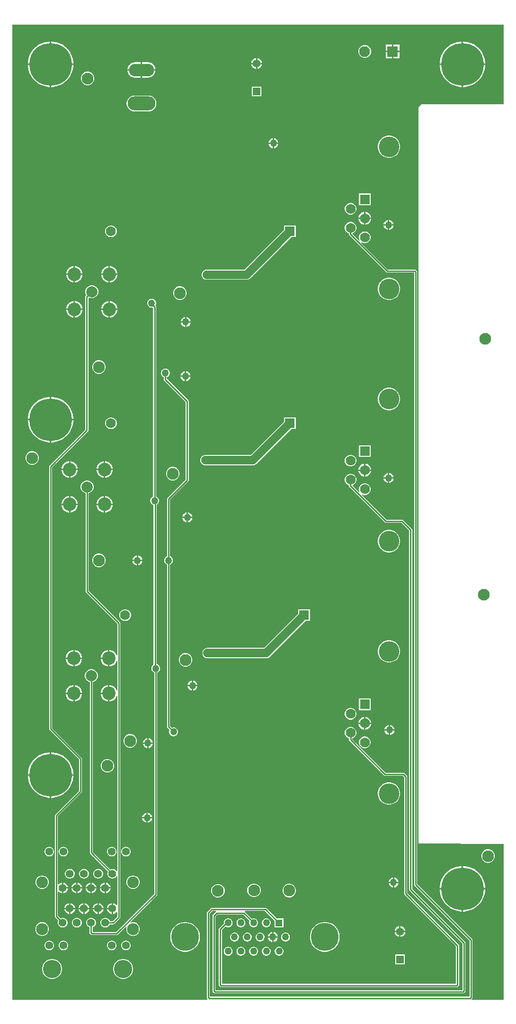
<source format=gbl>
G04*
G04 #@! TF.GenerationSoftware,Altium Limited,Altium Designer,22.2.1 (43)*
G04*
G04 Layer_Physical_Order=2*
G04 Layer_Color=16711680*
%FSLAX25Y25*%
%MOIN*%
G70*
G04*
G04 #@! TF.SameCoordinates,550063A1-71E6-411B-B153-969BAF3FA875*
G04*
G04*
G04 #@! TF.FilePolarity,Positive*
G04*
G01*
G75*
%ADD12C,0.01000*%
%ADD27C,0.05600*%
%ADD28R,0.05600X0.05600*%
%ADD32R,0.07000X0.07000*%
%ADD33C,0.07000*%
%ADD44R,0.07000X0.07000*%
%ADD50C,0.06000*%
%ADD53C,0.05000*%
%ADD54R,0.05000X0.05000*%
%ADD55C,0.19685*%
%ADD56C,0.03000*%
%ADD57C,0.30000*%
%ADD58O,0.19685X0.09843*%
%ADD59O,0.17717X0.08858*%
%ADD60C,0.08268*%
%ADD61C,0.05500*%
%ADD62C,0.12800*%
%ADD63C,0.08200*%
%ADD64C,0.08400*%
%ADD65C,0.14500*%
%ADD66C,0.07874*%
%ADD67C,0.09449*%
%ADD68C,0.07677*%
%ADD69R,0.07677X0.07677*%
%ADD70C,0.06000*%
G36*
X1008000Y672000D02*
X950000D01*
X948000Y670000D01*
Y152000D01*
X1008000Y151418D01*
Y42000D01*
X985707D01*
X985500Y42500D01*
X985793Y42793D01*
X985793Y42793D01*
X986036Y43157D01*
X986122Y43586D01*
Y84000D01*
X986122Y84000D01*
X986036Y84429D01*
X985793Y84793D01*
X985793Y84793D01*
X947122Y123465D01*
Y553914D01*
X947036Y554343D01*
X946793Y554707D01*
X946793Y554707D01*
X946207Y555293D01*
X945843Y555536D01*
X945414Y555622D01*
X945414Y555622D01*
X926465D01*
X907777Y574309D01*
X908084Y574710D01*
X908606Y574408D01*
X909649Y574128D01*
X910729D01*
X911771Y574408D01*
X912706Y574948D01*
X913470Y575711D01*
X914010Y576646D01*
X914289Y577689D01*
Y578768D01*
X914010Y579811D01*
X913470Y580746D01*
X912706Y581509D01*
X911771Y582049D01*
X910729Y582328D01*
X909649D01*
X908606Y582049D01*
X907672Y581509D01*
X906908Y580746D01*
X906368Y579811D01*
X906089Y578768D01*
Y577689D01*
X906368Y576646D01*
X906670Y576123D01*
X906270Y575816D01*
X901505Y580581D01*
X901635Y581064D01*
X901772Y581101D01*
X902706Y581640D01*
X903470Y582404D01*
X904010Y583339D01*
X904289Y584381D01*
Y585461D01*
X904010Y586504D01*
X903470Y587439D01*
X902706Y588202D01*
X901772Y588742D01*
X900729Y589021D01*
X899649D01*
X898606Y588742D01*
X897672Y588202D01*
X896908Y587439D01*
X896368Y586504D01*
X896089Y585461D01*
Y584381D01*
X896368Y583339D01*
X896908Y582404D01*
X897672Y581640D01*
X898606Y581101D01*
X898871Y581030D01*
Y580507D01*
X898871Y580507D01*
X898957Y580078D01*
X899200Y579714D01*
X925207Y553707D01*
X925207Y553707D01*
X925571Y553464D01*
X926000Y553378D01*
X944878D01*
Y123000D01*
X944878Y123000D01*
X944964Y122571D01*
X945207Y122207D01*
X983878Y83535D01*
Y44122D01*
X801122D01*
Y102535D01*
X802965Y104378D01*
X805183D01*
X805335Y103878D01*
X805207Y103793D01*
X805207Y103793D01*
X803207Y101793D01*
X802964Y101429D01*
X802878Y101000D01*
X802878Y101000D01*
Y48086D01*
X802878Y48086D01*
X802964Y47657D01*
X803207Y47293D01*
X803793Y46707D01*
X803793Y46707D01*
X804157Y46464D01*
X804586Y46378D01*
X979414D01*
X979414Y46378D01*
X979843Y46464D01*
X980207Y46707D01*
X980793Y47293D01*
X980793Y47293D01*
X981036Y47657D01*
X981122Y48086D01*
Y82000D01*
X981122Y82000D01*
X981036Y82429D01*
X980793Y82793D01*
X980793Y82793D01*
X943622Y119965D01*
Y372500D01*
X943622Y372500D01*
X943536Y372929D01*
X943293Y373293D01*
X943293Y373293D01*
X937293Y379293D01*
X936929Y379536D01*
X936500Y379622D01*
X936500Y379622D01*
X925465D01*
X908047Y397039D01*
X908354Y397440D01*
X908606Y397294D01*
X909649Y397014D01*
X910729D01*
X911771Y397294D01*
X912706Y397833D01*
X913470Y398597D01*
X914010Y399532D01*
X914289Y400574D01*
Y401654D01*
X914010Y402697D01*
X913470Y403632D01*
X912706Y404395D01*
X911771Y404935D01*
X910729Y405214D01*
X909649D01*
X908606Y404935D01*
X907672Y404395D01*
X906908Y403632D01*
X906368Y402697D01*
X906089Y401654D01*
Y400574D01*
X906368Y399532D01*
X906514Y399279D01*
X906114Y398972D01*
X901595Y403491D01*
X901716Y403942D01*
X901794Y403999D01*
X902706Y404526D01*
X903470Y405290D01*
X904010Y406224D01*
X904289Y407267D01*
Y408347D01*
X904010Y409390D01*
X903470Y410324D01*
X902706Y411088D01*
X901772Y411628D01*
X900729Y411907D01*
X899649D01*
X898606Y411628D01*
X897672Y411088D01*
X896908Y410324D01*
X896368Y409390D01*
X896089Y408347D01*
Y407267D01*
X896368Y406224D01*
X896908Y405290D01*
X897672Y404526D01*
X898606Y403987D01*
X898986Y403885D01*
Y403393D01*
X898986Y403393D01*
X899071Y402964D01*
X899314Y402600D01*
X924207Y377707D01*
X924207Y377707D01*
X924571Y377464D01*
X925000Y377378D01*
X925000Y377379D01*
X936035D01*
X941378Y372035D01*
Y119500D01*
X941378Y119500D01*
X941464Y119071D01*
X941707Y118707D01*
X978878Y81535D01*
Y48622D01*
X805122D01*
Y100535D01*
X806465Y101878D01*
X824575D01*
X829095Y97358D01*
X829056Y97291D01*
X828845Y96503D01*
Y95686D01*
X829056Y94898D01*
X829464Y94191D01*
X830041Y93614D01*
X830748Y93206D01*
X831537Y92994D01*
X832353D01*
X833141Y93206D01*
X833848Y93614D01*
X834425Y94191D01*
X834834Y94898D01*
X835045Y95686D01*
Y96503D01*
X834834Y97291D01*
X834425Y97998D01*
X833848Y98575D01*
X833141Y98983D01*
X832353Y99194D01*
X831537D01*
X830748Y98983D01*
X830681Y98944D01*
X825832Y103793D01*
X825704Y103878D01*
X825856Y104378D01*
X839791D01*
X846719Y97451D01*
Y92837D01*
X852919D01*
Y99037D01*
X848305D01*
X841049Y106293D01*
X840685Y106536D01*
X840256Y106622D01*
X840256Y106622D01*
X802500D01*
X802071Y106536D01*
X801707Y106293D01*
X801707Y106293D01*
X799207Y103793D01*
X798964Y103429D01*
X798878Y103000D01*
X798878Y103000D01*
Y43586D01*
X798878Y43586D01*
X798964Y43157D01*
X799207Y42793D01*
X799500Y42500D01*
X799293Y42000D01*
X662000D01*
Y728000D01*
X1008000D01*
Y672000D01*
D02*
G37*
%LPC*%
G36*
X934681Y713839D02*
X930343D01*
Y709500D01*
X934681D01*
Y713839D01*
D02*
G37*
G36*
X929343D02*
X925004D01*
Y709500D01*
X929343D01*
Y713839D01*
D02*
G37*
G36*
X910742Y713439D02*
X909573D01*
X908444Y713136D01*
X907432Y712552D01*
X906606Y711725D01*
X906021Y710713D01*
X905719Y709584D01*
Y708416D01*
X906021Y707287D01*
X906606Y706275D01*
X907432Y705448D01*
X908444Y704864D01*
X909573Y704561D01*
X910742D01*
X911871Y704864D01*
X912883Y705448D01*
X913709Y706275D01*
X914294Y707287D01*
X914596Y708416D01*
Y709584D01*
X914294Y710713D01*
X913709Y711725D01*
X912883Y712552D01*
X911871Y713136D01*
X910742Y713439D01*
D02*
G37*
G36*
X934681Y708500D02*
X930343D01*
Y704161D01*
X934681D01*
Y708500D01*
D02*
G37*
G36*
X929343D02*
X925004D01*
Y704161D01*
X929343D01*
Y708500D01*
D02*
G37*
G36*
X834532Y704300D02*
X834531D01*
Y701000D01*
X837831D01*
Y701000D01*
X837572Y701967D01*
X837072Y702833D01*
X836365Y703541D01*
X835498Y704041D01*
X834532Y704300D01*
D02*
G37*
G36*
X833531D02*
X833531D01*
X832565Y704041D01*
X831698Y703541D01*
X830991Y702833D01*
X830490Y701967D01*
X830231Y701000D01*
Y701000D01*
X833531D01*
Y704300D01*
D02*
G37*
G36*
X980259Y716000D02*
X979500D01*
Y700500D01*
X995000D01*
Y701259D01*
X994606Y703747D01*
X993828Y706142D01*
X992684Y708386D01*
X991204Y710423D01*
X989423Y712204D01*
X987386Y713684D01*
X985142Y714828D01*
X982747Y715606D01*
X980259Y716000D01*
D02*
G37*
G36*
X978500D02*
X977741D01*
X975253Y715606D01*
X972858Y714828D01*
X970614Y713684D01*
X968577Y712204D01*
X966796Y710423D01*
X965316Y708386D01*
X964172Y706142D01*
X963394Y703747D01*
X963000Y701259D01*
Y700500D01*
X978500D01*
Y716000D01*
D02*
G37*
G36*
X690259D02*
X689500D01*
Y700500D01*
X705000D01*
Y701259D01*
X704606Y703747D01*
X703828Y706142D01*
X702684Y708386D01*
X701204Y710423D01*
X699423Y712204D01*
X697386Y713684D01*
X695142Y714828D01*
X692747Y715606D01*
X690259Y716000D01*
D02*
G37*
G36*
X688500D02*
X687741D01*
X685253Y715606D01*
X682858Y714828D01*
X680614Y713684D01*
X678577Y712204D01*
X676796Y710423D01*
X675316Y708386D01*
X674172Y706142D01*
X673394Y703747D01*
X673000Y701259D01*
Y700500D01*
X688500D01*
Y716000D01*
D02*
G37*
G36*
X837831Y700000D02*
X834531D01*
Y696700D01*
X834532D01*
X835498Y696959D01*
X836365Y697459D01*
X837072Y698167D01*
X837572Y699033D01*
X837831Y700000D01*
Y700000D01*
D02*
G37*
G36*
X833531D02*
X830231D01*
Y700000D01*
X830490Y699033D01*
X830991Y698167D01*
X831698Y697459D01*
X832565Y696959D01*
X833531Y696700D01*
X833531D01*
Y700000D01*
D02*
G37*
G36*
X757429Y701476D02*
X753500D01*
Y696500D01*
X762839D01*
X762718Y697417D01*
X762172Y698738D01*
X761301Y699872D01*
X760167Y700742D01*
X758846Y701289D01*
X757429Y701476D01*
D02*
G37*
G36*
X752500D02*
X748571D01*
X747154Y701289D01*
X745833Y700742D01*
X744699Y699872D01*
X743828Y698738D01*
X743282Y697417D01*
X743161Y696500D01*
X752500D01*
Y701476D01*
D02*
G37*
G36*
X762839Y695500D02*
X753500D01*
Y690524D01*
X757429D01*
X758846Y690711D01*
X760167Y691258D01*
X761301Y692128D01*
X762172Y693262D01*
X762718Y694583D01*
X762839Y695500D01*
D02*
G37*
G36*
X752500D02*
X743161D01*
X743282Y694583D01*
X743828Y693262D01*
X744699Y692128D01*
X745833Y691258D01*
X747154Y690711D01*
X748571Y690524D01*
X752500D01*
Y695500D01*
D02*
G37*
G36*
X715623Y694734D02*
X714377D01*
X713173Y694411D01*
X712093Y693788D01*
X711212Y692907D01*
X710589Y691827D01*
X710266Y690623D01*
Y689377D01*
X710589Y688173D01*
X711212Y687093D01*
X712093Y686212D01*
X713173Y685589D01*
X714377Y685266D01*
X715623D01*
X716827Y685589D01*
X717907Y686212D01*
X718788Y687093D01*
X719411Y688173D01*
X719734Y689377D01*
Y690623D01*
X719411Y691827D01*
X718788Y692907D01*
X717907Y693788D01*
X716827Y694411D01*
X715623Y694734D01*
D02*
G37*
G36*
X995000Y699500D02*
X979500D01*
Y684000D01*
X980259D01*
X982747Y684394D01*
X985142Y685172D01*
X987386Y686316D01*
X989423Y687796D01*
X991204Y689577D01*
X992684Y691614D01*
X993828Y693858D01*
X994606Y696253D01*
X995000Y698741D01*
Y699500D01*
D02*
G37*
G36*
X978500D02*
X963000D01*
Y698741D01*
X963394Y696253D01*
X964172Y693858D01*
X965316Y691614D01*
X966796Y689577D01*
X968577Y687796D01*
X970614Y686316D01*
X972858Y685172D01*
X975253Y684394D01*
X977741Y684000D01*
X978500D01*
Y699500D01*
D02*
G37*
G36*
X705000D02*
X689500D01*
Y684000D01*
X690259D01*
X692747Y684394D01*
X695142Y685172D01*
X697386Y686316D01*
X699423Y687796D01*
X701204Y689577D01*
X702684Y691614D01*
X703828Y693858D01*
X704606Y696253D01*
X705000Y698741D01*
Y699500D01*
D02*
G37*
G36*
X688500D02*
X673000D01*
Y698741D01*
X673394Y696253D01*
X674172Y693858D01*
X675316Y691614D01*
X676796Y689577D01*
X678577Y687796D01*
X680614Y686316D01*
X682858Y685172D01*
X685253Y684394D01*
X687741Y684000D01*
X688500D01*
Y699500D01*
D02*
G37*
G36*
X837432Y684200D02*
X830632D01*
Y677400D01*
X837432D01*
Y684200D01*
D02*
G37*
G36*
X757921Y677947D02*
X748079D01*
X746637Y677757D01*
X745294Y677201D01*
X744141Y676316D01*
X743256Y675162D01*
X742700Y673819D01*
X742510Y672378D01*
X742700Y670937D01*
X743256Y669593D01*
X744141Y668440D01*
X745294Y667555D01*
X746637Y666999D01*
X748079Y666809D01*
X757921D01*
X759363Y666999D01*
X760706Y667555D01*
X761859Y668440D01*
X762744Y669593D01*
X763300Y670937D01*
X763490Y672378D01*
X763300Y673819D01*
X762744Y675162D01*
X761859Y676316D01*
X760706Y677201D01*
X759363Y677757D01*
X757921Y677947D01*
D02*
G37*
G36*
X846358Y647990D02*
Y645000D01*
X849347D01*
X849119Y645851D01*
X848658Y646649D01*
X848007Y647301D01*
X847208Y647761D01*
X846358Y647990D01*
D02*
G37*
G36*
X845358D02*
X844506Y647761D01*
X843708Y647301D01*
X843057Y646649D01*
X842596Y645851D01*
X842368Y645000D01*
X845358D01*
Y647990D01*
D02*
G37*
G36*
X849347Y644000D02*
X846358D01*
Y641011D01*
X847208Y641238D01*
X848007Y641699D01*
X848658Y642351D01*
X849119Y643149D01*
X849347Y644000D01*
D02*
G37*
G36*
X845358D02*
X842368D01*
X842596Y643149D01*
X843057Y642351D01*
X843708Y641699D01*
X844506Y641238D01*
X845358Y641011D01*
Y644000D01*
D02*
G37*
G36*
X927962Y649850D02*
X926416D01*
X924899Y649548D01*
X923471Y648957D01*
X922185Y648098D01*
X921091Y647004D01*
X920232Y645718D01*
X919641Y644290D01*
X919339Y642773D01*
Y641227D01*
X919641Y639710D01*
X920232Y638282D01*
X921091Y636996D01*
X922185Y635903D01*
X923471Y635043D01*
X924899Y634452D01*
X926416Y634150D01*
X927962D01*
X929479Y634452D01*
X930907Y635043D01*
X932193Y635903D01*
X933286Y636996D01*
X934146Y638282D01*
X934737Y639710D01*
X935039Y641227D01*
Y642773D01*
X934737Y644290D01*
X934146Y645718D01*
X933286Y647004D01*
X932193Y648098D01*
X930907Y648957D01*
X929479Y649548D01*
X927962Y649850D01*
D02*
G37*
G36*
X914289Y609100D02*
X906089D01*
Y600900D01*
X914289D01*
Y609100D01*
D02*
G37*
G36*
X900729Y602407D02*
X899649D01*
X898606Y602128D01*
X897672Y601588D01*
X896908Y600824D01*
X896368Y599890D01*
X896089Y598847D01*
Y597767D01*
X896368Y596725D01*
X896908Y595790D01*
X897672Y595026D01*
X898606Y594487D01*
X899649Y594207D01*
X900729D01*
X901772Y594487D01*
X902706Y595026D01*
X903470Y595790D01*
X904010Y596725D01*
X904289Y597767D01*
Y598847D01*
X904010Y599890D01*
X903470Y600824D01*
X902706Y601588D01*
X901772Y602128D01*
X900729Y602407D01*
D02*
G37*
G36*
X910781Y596114D02*
X910689D01*
Y592114D01*
X914689D01*
Y592207D01*
X914382Y593351D01*
X913790Y594377D01*
X912952Y595215D01*
X911926Y595808D01*
X910781Y596114D01*
D02*
G37*
G36*
X909689D02*
X909597D01*
X908452Y595808D01*
X907426Y595215D01*
X906588Y594377D01*
X905996Y593351D01*
X905689Y592207D01*
Y592114D01*
X909689D01*
Y596114D01*
D02*
G37*
G36*
X927500Y590489D02*
Y587500D01*
X930490D01*
X930262Y588351D01*
X929801Y589149D01*
X929149Y589801D01*
X928351Y590262D01*
X927500Y590489D01*
D02*
G37*
G36*
X926500D02*
X925649Y590262D01*
X924851Y589801D01*
X924199Y589149D01*
X923738Y588351D01*
X923510Y587500D01*
X926500D01*
Y590489D01*
D02*
G37*
G36*
X914689Y591114D02*
X910689D01*
Y587114D01*
X910781D01*
X911926Y587421D01*
X912952Y588013D01*
X913790Y588851D01*
X914382Y589877D01*
X914689Y591022D01*
Y591114D01*
D02*
G37*
G36*
X909689D02*
X905689D01*
Y591022D01*
X905996Y589877D01*
X906588Y588851D01*
X907426Y588013D01*
X908452Y587421D01*
X909597Y587114D01*
X909689D01*
Y591114D01*
D02*
G37*
G36*
X930490Y586500D02*
X927500D01*
Y583510D01*
X928351Y583739D01*
X929149Y584199D01*
X929801Y584851D01*
X930262Y585649D01*
X930490Y586500D01*
D02*
G37*
G36*
X926500D02*
X923510D01*
X923738Y585649D01*
X924199Y584851D01*
X924851Y584199D01*
X925649Y583739D01*
X926500Y583510D01*
Y586500D01*
D02*
G37*
G36*
X732040Y586600D02*
X730960D01*
X729917Y586321D01*
X728982Y585781D01*
X728219Y585017D01*
X727679Y584083D01*
X727400Y583040D01*
Y581960D01*
X727679Y580918D01*
X728219Y579983D01*
X728982Y579219D01*
X729917Y578679D01*
X730960Y578400D01*
X732040D01*
X733082Y578679D01*
X734018Y579219D01*
X734781Y579983D01*
X735321Y580918D01*
X735600Y581960D01*
Y583040D01*
X735321Y584083D01*
X734781Y585017D01*
X734018Y585781D01*
X733082Y586321D01*
X732040Y586600D01*
D02*
G37*
G36*
X731076Y558047D02*
X730823D01*
Y552823D01*
X736047D01*
Y553077D01*
X735657Y554532D01*
X734903Y555838D01*
X733838Y556904D01*
X732532Y557657D01*
X731076Y558047D01*
D02*
G37*
G36*
X729823D02*
X729569D01*
X728113Y557657D01*
X726808Y556904D01*
X725742Y555838D01*
X724989Y554532D01*
X724598Y553077D01*
Y552823D01*
X729823D01*
Y558047D01*
D02*
G37*
G36*
X706431D02*
X706177D01*
Y552823D01*
X711402D01*
Y553077D01*
X711012Y554532D01*
X710258Y555838D01*
X709192Y556904D01*
X707887Y557657D01*
X706431Y558047D01*
D02*
G37*
G36*
X705177D02*
X704923D01*
X703468Y557657D01*
X702162Y556904D01*
X701096Y555838D01*
X700343Y554532D01*
X699953Y553077D01*
Y552823D01*
X705177D01*
Y558047D01*
D02*
G37*
G36*
X861600Y586600D02*
X853400D01*
Y583535D01*
X825496Y555631D01*
X799000D01*
X798764Y555600D01*
X798526D01*
X798296Y555538D01*
X798060Y555507D01*
X797840Y555416D01*
X797611Y555355D01*
X797404Y555236D01*
X797185Y555145D01*
X796996Y555000D01*
X796790Y554881D01*
X796621Y554712D01*
X796432Y554568D01*
X796288Y554379D01*
X796119Y554211D01*
X796000Y554004D01*
X795855Y553816D01*
X795764Y553596D01*
X795645Y553390D01*
X795584Y553160D01*
X795493Y552940D01*
X795462Y552704D01*
X795400Y552474D01*
Y552236D01*
X795369Y552000D01*
X795400Y551764D01*
Y551526D01*
X795462Y551296D01*
X795493Y551060D01*
X795584Y550840D01*
X795645Y550610D01*
X795764Y550404D01*
X795855Y550184D01*
X796000Y549996D01*
X796119Y549789D01*
X796288Y549621D01*
X796432Y549432D01*
X796621Y549288D01*
X796790Y549119D01*
X796996Y549000D01*
X797185Y548855D01*
X797404Y548764D01*
X797611Y548645D01*
X797840Y548584D01*
X798060Y548493D01*
X798296Y548462D01*
X798526Y548400D01*
X798764D01*
X799000Y548369D01*
X827000D01*
X827940Y548493D01*
X828815Y548855D01*
X829568Y549432D01*
X858535Y578400D01*
X861600D01*
Y586600D01*
D02*
G37*
G36*
X736047Y551823D02*
X730823D01*
Y546598D01*
X731076D01*
X732532Y546988D01*
X733838Y547742D01*
X734903Y548808D01*
X735657Y550113D01*
X736047Y551569D01*
Y551823D01*
D02*
G37*
G36*
X729823D02*
X724598D01*
Y551569D01*
X724989Y550113D01*
X725742Y548808D01*
X726808Y547742D01*
X728113Y546988D01*
X729569Y546598D01*
X729823D01*
Y551823D01*
D02*
G37*
G36*
X711402Y551823D02*
X706177D01*
Y546598D01*
X706431D01*
X707887Y546988D01*
X709192Y547742D01*
X710258Y548808D01*
X711012Y550113D01*
X711402Y551569D01*
Y551823D01*
D02*
G37*
G36*
X705177D02*
X699953D01*
Y551569D01*
X700343Y550113D01*
X701096Y548808D01*
X702162Y547742D01*
X703468Y546988D01*
X704923Y546598D01*
X705177D01*
Y551823D01*
D02*
G37*
G36*
X718597Y544537D02*
X717403D01*
X716249Y544228D01*
X715214Y543631D01*
X714369Y542786D01*
X713772Y541751D01*
X713463Y540597D01*
Y539403D01*
X713772Y538249D01*
X714098Y537684D01*
X713707Y537293D01*
X713464Y536929D01*
X713378Y536500D01*
X713378Y536500D01*
Y442965D01*
X688207Y417793D01*
X687964Y417429D01*
X687878Y417000D01*
X687878Y417000D01*
Y232500D01*
X687878Y232500D01*
X687964Y232071D01*
X688207Y231707D01*
X688207Y231707D01*
X708878Y211035D01*
Y188965D01*
X692207Y172293D01*
X691964Y171929D01*
X691878Y171500D01*
X691878Y171500D01*
Y100594D01*
X691878Y100594D01*
X691964Y100165D01*
X692207Y99801D01*
X694467Y97541D01*
X694378Y97387D01*
X694150Y96535D01*
Y95653D01*
X694378Y94801D01*
X694819Y94037D01*
X695443Y93414D01*
X696207Y92973D01*
X697059Y92744D01*
X697941D01*
X698793Y92973D01*
X699557Y93414D01*
X700181Y94037D01*
X700622Y94801D01*
X700850Y95653D01*
Y96535D01*
X700622Y97387D01*
X700181Y98151D01*
X699557Y98775D01*
X698793Y99216D01*
X697941Y99444D01*
X697059D01*
X696207Y99216D01*
X696053Y99127D01*
X694122Y101059D01*
Y117997D01*
X694622Y118170D01*
X695197Y117594D01*
X696053Y117100D01*
X697000Y116846D01*
Y120594D01*
Y124343D01*
X696053Y124089D01*
X695197Y123595D01*
X694622Y123019D01*
X694122Y123192D01*
Y171035D01*
X710793Y187707D01*
X711036Y188071D01*
X711122Y188500D01*
X711122Y188500D01*
Y211500D01*
X711036Y211929D01*
X710793Y212293D01*
X710793Y212293D01*
X690122Y232965D01*
Y416535D01*
X715293Y441707D01*
X715293Y441707D01*
X715536Y442071D01*
X715622Y442500D01*
X715622Y442500D01*
Y535557D01*
X716122Y535846D01*
X716249Y535772D01*
X717403Y535463D01*
X718597D01*
X719751Y535772D01*
X720786Y536370D01*
X721630Y537214D01*
X722228Y538249D01*
X722537Y539403D01*
Y540597D01*
X722228Y541751D01*
X721630Y542786D01*
X720786Y543631D01*
X719751Y544228D01*
X718597Y544537D01*
D02*
G37*
G36*
X780623Y543734D02*
X779377D01*
X778173Y543411D01*
X777093Y542788D01*
X776212Y541907D01*
X775589Y540827D01*
X775266Y539623D01*
Y538377D01*
X775589Y537173D01*
X776212Y536093D01*
X777093Y535212D01*
X778173Y534589D01*
X779377Y534266D01*
X780623D01*
X781827Y534589D01*
X782907Y535212D01*
X783788Y536093D01*
X784411Y537173D01*
X784734Y538377D01*
Y539623D01*
X784411Y540827D01*
X783788Y541907D01*
X782907Y542788D01*
X781827Y543411D01*
X780623Y543734D01*
D02*
G37*
G36*
X927962Y549850D02*
X926416D01*
X924899Y549548D01*
X923471Y548957D01*
X922185Y548098D01*
X921091Y547004D01*
X920232Y545718D01*
X919641Y544290D01*
X919339Y542773D01*
Y541227D01*
X919641Y539710D01*
X920232Y538282D01*
X921091Y536996D01*
X922185Y535903D01*
X923471Y535043D01*
X924899Y534452D01*
X926416Y534150D01*
X927962D01*
X929479Y534452D01*
X930907Y535043D01*
X932193Y535903D01*
X933286Y536996D01*
X934146Y538282D01*
X934737Y539710D01*
X935039Y541227D01*
Y542773D01*
X934737Y544290D01*
X934146Y545718D01*
X933286Y547004D01*
X932193Y548098D01*
X930907Y548957D01*
X929479Y549548D01*
X927962Y549850D01*
D02*
G37*
G36*
X731076Y533402D02*
X730823D01*
Y528177D01*
X736047D01*
Y528431D01*
X735657Y529887D01*
X734903Y531192D01*
X733838Y532258D01*
X732532Y533011D01*
X731076Y533402D01*
D02*
G37*
G36*
X729823D02*
X729569D01*
X728113Y533011D01*
X726808Y532258D01*
X725742Y531192D01*
X724989Y529887D01*
X724598Y528431D01*
Y528177D01*
X729823D01*
Y533402D01*
D02*
G37*
G36*
X706431D02*
X706177D01*
Y528177D01*
X711402D01*
Y528431D01*
X711012Y529887D01*
X710258Y531192D01*
X709192Y532258D01*
X707887Y533011D01*
X706431Y533402D01*
D02*
G37*
G36*
X705177D02*
X704923D01*
X703468Y533011D01*
X702162Y532258D01*
X701096Y531192D01*
X700343Y529887D01*
X699953Y528431D01*
Y528177D01*
X705177D01*
Y533402D01*
D02*
G37*
G36*
X736047Y527177D02*
X730823D01*
Y521953D01*
X731076D01*
X732532Y522343D01*
X733838Y523097D01*
X734903Y524162D01*
X735657Y525468D01*
X736047Y526924D01*
Y527177D01*
D02*
G37*
G36*
X729823D02*
X724598D01*
Y526924D01*
X724989Y525468D01*
X725742Y524162D01*
X726808Y523097D01*
X728113Y522343D01*
X729569Y521953D01*
X729823D01*
Y527177D01*
D02*
G37*
G36*
X711402Y527177D02*
X706177D01*
Y521953D01*
X706431D01*
X707887Y522343D01*
X709192Y523097D01*
X710258Y524162D01*
X711012Y525468D01*
X711402Y526924D01*
Y527177D01*
D02*
G37*
G36*
X705177D02*
X699953D01*
Y526924D01*
X700343Y525468D01*
X701096Y524162D01*
X702162Y523097D01*
X703468Y522343D01*
X704923Y521953D01*
X705177D01*
Y527177D01*
D02*
G37*
G36*
X784600Y522190D02*
Y519200D01*
X787590D01*
X787361Y520051D01*
X786901Y520849D01*
X786249Y521501D01*
X785451Y521961D01*
X784600Y522190D01*
D02*
G37*
G36*
X783600D02*
X782749Y521961D01*
X781951Y521501D01*
X781299Y520849D01*
X780838Y520051D01*
X780611Y519200D01*
X783600D01*
Y522190D01*
D02*
G37*
G36*
X787590Y518200D02*
X784600D01*
Y515210D01*
X785451Y515439D01*
X786249Y515899D01*
X786901Y516551D01*
X787361Y517349D01*
X787590Y518200D01*
D02*
G37*
G36*
X783600D02*
X780611D01*
X780838Y517349D01*
X781299Y516551D01*
X781951Y515899D01*
X782749Y515439D01*
X783600Y515210D01*
Y518200D01*
D02*
G37*
G36*
X723623Y491734D02*
X722377D01*
X721173Y491411D01*
X720093Y490788D01*
X719212Y489907D01*
X718589Y488827D01*
X718266Y487623D01*
Y486377D01*
X718589Y485173D01*
X719212Y484093D01*
X720093Y483212D01*
X721173Y482589D01*
X722377Y482266D01*
X723623D01*
X724827Y482589D01*
X725907Y483212D01*
X726788Y484093D01*
X727411Y485173D01*
X727734Y486377D01*
Y487623D01*
X727411Y488827D01*
X726788Y489907D01*
X725907Y490788D01*
X724827Y491411D01*
X723623Y491734D01*
D02*
G37*
G36*
X784500Y484090D02*
Y481100D01*
X787490D01*
X787261Y481951D01*
X786801Y482749D01*
X786149Y483401D01*
X785351Y483861D01*
X784500Y484090D01*
D02*
G37*
G36*
X783500D02*
X782649Y483861D01*
X781851Y483401D01*
X781199Y482749D01*
X780738Y481951D01*
X780511Y481100D01*
X783500D01*
Y484090D01*
D02*
G37*
G36*
X787490Y480100D02*
X784500D01*
Y477110D01*
X785351Y477339D01*
X786149Y477799D01*
X786801Y478451D01*
X787261Y479249D01*
X787490Y480100D01*
D02*
G37*
G36*
X783500D02*
X780511D01*
X780738Y479249D01*
X781199Y478451D01*
X781851Y477799D01*
X782649Y477339D01*
X783500Y477110D01*
Y480100D01*
D02*
G37*
G36*
X927962Y472350D02*
X926416D01*
X924899Y472048D01*
X923471Y471457D01*
X922185Y470598D01*
X921091Y469504D01*
X920232Y468218D01*
X919641Y466790D01*
X919339Y465273D01*
Y463727D01*
X919641Y462210D01*
X920232Y460782D01*
X921091Y459496D01*
X922185Y458402D01*
X923471Y457543D01*
X924899Y456952D01*
X926416Y456650D01*
X927962D01*
X929479Y456952D01*
X930907Y457543D01*
X932193Y458402D01*
X933286Y459496D01*
X934146Y460782D01*
X934737Y462210D01*
X935039Y463727D01*
Y465273D01*
X934737Y466790D01*
X934146Y468218D01*
X933286Y469504D01*
X932193Y470598D01*
X930907Y471457D01*
X929479Y472048D01*
X927962Y472350D01*
D02*
G37*
G36*
X690259Y466000D02*
X689500D01*
Y450500D01*
X705000D01*
Y451259D01*
X704606Y453747D01*
X703828Y456142D01*
X702684Y458386D01*
X701204Y460423D01*
X699423Y462204D01*
X697386Y463684D01*
X695142Y464828D01*
X692747Y465606D01*
X690259Y466000D01*
D02*
G37*
G36*
X688500D02*
X687741D01*
X685253Y465606D01*
X682858Y464828D01*
X680614Y463684D01*
X678577Y462204D01*
X676796Y460423D01*
X675316Y458386D01*
X674172Y456142D01*
X673394Y453747D01*
X673000Y451259D01*
Y450500D01*
X688500D01*
Y466000D01*
D02*
G37*
G36*
X732040Y451600D02*
X730960D01*
X729917Y451321D01*
X728982Y450781D01*
X728219Y450017D01*
X727679Y449083D01*
X727400Y448040D01*
Y446960D01*
X727679Y445918D01*
X728219Y444982D01*
X728982Y444219D01*
X729917Y443679D01*
X730960Y443400D01*
X732040D01*
X733082Y443679D01*
X734017Y444219D01*
X734781Y444982D01*
X735321Y445918D01*
X735600Y446960D01*
Y448040D01*
X735321Y449083D01*
X734781Y450017D01*
X734017Y450781D01*
X733082Y451321D01*
X732040Y451600D01*
D02*
G37*
G36*
X705000Y449500D02*
X689500D01*
Y434000D01*
X690259D01*
X692747Y434394D01*
X695142Y435172D01*
X697386Y436316D01*
X699423Y437796D01*
X701204Y439577D01*
X702684Y441614D01*
X703828Y443858D01*
X704606Y446253D01*
X705000Y448741D01*
Y449500D01*
D02*
G37*
G36*
X688500D02*
X673000D01*
Y448741D01*
X673394Y446253D01*
X674172Y443858D01*
X675316Y441614D01*
X676796Y439577D01*
X678577Y437796D01*
X680614Y436316D01*
X682858Y435172D01*
X685253Y434394D01*
X687741Y434000D01*
X688500D01*
Y449500D01*
D02*
G37*
G36*
X914289Y431986D02*
X906089D01*
Y423786D01*
X914289D01*
Y431986D01*
D02*
G37*
G36*
X676623Y427734D02*
X675377D01*
X674173Y427411D01*
X673093Y426788D01*
X672212Y425907D01*
X671589Y424827D01*
X671266Y423623D01*
Y422377D01*
X671589Y421173D01*
X672212Y420093D01*
X673093Y419212D01*
X674173Y418589D01*
X675377Y418266D01*
X676623D01*
X677827Y418589D01*
X678907Y419212D01*
X679788Y420093D01*
X680411Y421173D01*
X680734Y422377D01*
Y423623D01*
X680411Y424827D01*
X679788Y425907D01*
X678907Y426788D01*
X677827Y427411D01*
X676623Y427734D01*
D02*
G37*
G36*
X861600Y451600D02*
X853400D01*
Y448535D01*
X829996Y425131D01*
X798000D01*
X797764Y425100D01*
X797526D01*
X797296Y425038D01*
X797060Y425007D01*
X796840Y424916D01*
X796610Y424855D01*
X796404Y424736D01*
X796184Y424645D01*
X795996Y424500D01*
X795789Y424381D01*
X795621Y424212D01*
X795432Y424068D01*
X795288Y423879D01*
X795119Y423710D01*
X795000Y423504D01*
X794855Y423315D01*
X794764Y423096D01*
X794645Y422890D01*
X794584Y422660D01*
X794493Y422440D01*
X794462Y422204D01*
X794400Y421974D01*
Y421736D01*
X794369Y421500D01*
X794400Y421264D01*
Y421026D01*
X794462Y420796D01*
X794493Y420560D01*
X794584Y420340D01*
X794645Y420111D01*
X794764Y419904D01*
X794855Y419685D01*
X795000Y419496D01*
X795119Y419289D01*
X795288Y419121D01*
X795432Y418932D01*
X795621Y418788D01*
X795789Y418619D01*
X795996Y418500D01*
X796184Y418355D01*
X796404Y418264D01*
X796610Y418145D01*
X796840Y418084D01*
X797060Y417993D01*
X797296Y417962D01*
X797526Y417900D01*
X797764D01*
X798000Y417869D01*
X831500D01*
X832440Y417993D01*
X833315Y418355D01*
X834068Y418932D01*
X858535Y443400D01*
X861600D01*
Y451600D01*
D02*
G37*
G36*
X900729Y425293D02*
X899649D01*
X898606Y425013D01*
X897672Y424474D01*
X896908Y423710D01*
X896368Y422776D01*
X896089Y421733D01*
Y420653D01*
X896368Y419610D01*
X896908Y418676D01*
X897672Y417912D01*
X898606Y417372D01*
X899649Y417093D01*
X900729D01*
X901772Y417372D01*
X902706Y417912D01*
X903470Y418676D01*
X904010Y419610D01*
X904289Y420653D01*
Y421733D01*
X904010Y422776D01*
X903470Y423710D01*
X902706Y424474D01*
X901772Y425013D01*
X900729Y425293D01*
D02*
G37*
G36*
X727754Y420724D02*
X727500D01*
Y415500D01*
X732724D01*
Y415754D01*
X732334Y417209D01*
X731581Y418515D01*
X730515Y419581D01*
X729210Y420334D01*
X727754Y420724D01*
D02*
G37*
G36*
X726500D02*
X726246D01*
X724790Y420334D01*
X723485Y419581D01*
X722419Y418515D01*
X721666Y417209D01*
X721276Y415754D01*
Y415500D01*
X726500D01*
Y420724D01*
D02*
G37*
G36*
X703108D02*
X702854D01*
Y415500D01*
X708079D01*
Y415754D01*
X707689Y417209D01*
X706935Y418515D01*
X705869Y419581D01*
X704564Y420334D01*
X703108Y420724D01*
D02*
G37*
G36*
X701854D02*
X701601D01*
X700145Y420334D01*
X698840Y419581D01*
X697774Y418515D01*
X697020Y417209D01*
X696630Y415754D01*
Y415500D01*
X701854D01*
Y420724D01*
D02*
G37*
G36*
X910781Y419000D02*
X910689D01*
Y415000D01*
X914689D01*
Y415092D01*
X914382Y416237D01*
X913790Y417263D01*
X912952Y418101D01*
X911926Y418693D01*
X910781Y419000D01*
D02*
G37*
G36*
X909689D02*
X909597D01*
X908452Y418693D01*
X907426Y418101D01*
X906588Y417263D01*
X905996Y416237D01*
X905689Y415092D01*
Y415000D01*
X909689D01*
Y419000D01*
D02*
G37*
G36*
X914689Y414000D02*
X910689D01*
Y410000D01*
X910781D01*
X911926Y410307D01*
X912952Y410899D01*
X913790Y411737D01*
X914382Y412763D01*
X914689Y413908D01*
Y414000D01*
D02*
G37*
G36*
X909689D02*
X905689D01*
Y413908D01*
X905996Y412763D01*
X906588Y411737D01*
X907426Y410899D01*
X908452Y410307D01*
X909597Y410000D01*
X909689D01*
Y414000D01*
D02*
G37*
G36*
X927500Y412490D02*
Y409500D01*
X930490D01*
X930262Y410351D01*
X929801Y411149D01*
X929149Y411801D01*
X928351Y412261D01*
X927500Y412490D01*
D02*
G37*
G36*
X926500D02*
X925649Y412261D01*
X924851Y411801D01*
X924199Y411149D01*
X923738Y410351D01*
X923510Y409500D01*
X926500D01*
Y412490D01*
D02*
G37*
G36*
X732724Y414500D02*
X727500D01*
Y409276D01*
X727754D01*
X729210Y409666D01*
X730515Y410419D01*
X731581Y411485D01*
X732334Y412790D01*
X732724Y414246D01*
Y414500D01*
D02*
G37*
G36*
X726500D02*
X721276D01*
Y414246D01*
X721666Y412790D01*
X722419Y411485D01*
X723485Y410419D01*
X724790Y409666D01*
X726246Y409276D01*
X726500D01*
Y414500D01*
D02*
G37*
G36*
X708079D02*
X702854D01*
Y409276D01*
X703108D01*
X704564Y409666D01*
X705869Y410419D01*
X706935Y411485D01*
X707689Y412790D01*
X708079Y414246D01*
Y414500D01*
D02*
G37*
G36*
X701854D02*
X696630D01*
Y414246D01*
X697020Y412790D01*
X697774Y411485D01*
X698840Y410419D01*
X700145Y409666D01*
X701601Y409276D01*
X701854D01*
Y414500D01*
D02*
G37*
G36*
X775623Y416734D02*
X774377D01*
X773173Y416411D01*
X772093Y415788D01*
X771212Y414907D01*
X770589Y413827D01*
X770266Y412623D01*
Y411377D01*
X770589Y410173D01*
X771212Y409093D01*
X772093Y408212D01*
X773173Y407589D01*
X774377Y407266D01*
X775623D01*
X776827Y407589D01*
X777907Y408212D01*
X778788Y409093D01*
X779411Y410173D01*
X779734Y411377D01*
Y412623D01*
X779411Y413827D01*
X778788Y414907D01*
X777907Y415788D01*
X776827Y416411D01*
X775623Y416734D01*
D02*
G37*
G36*
X930490Y408500D02*
X927500D01*
Y405511D01*
X928351Y405738D01*
X929149Y406199D01*
X929801Y406851D01*
X930262Y407649D01*
X930490Y408500D01*
D02*
G37*
G36*
X926500D02*
X923510D01*
X923738Y407649D01*
X924199Y406851D01*
X924851Y406199D01*
X925649Y405738D01*
X926500Y405511D01*
Y408500D01*
D02*
G37*
G36*
X727754Y396079D02*
X727500D01*
Y390854D01*
X732724D01*
Y391108D01*
X732334Y392564D01*
X731581Y393869D01*
X730515Y394935D01*
X729210Y395689D01*
X727754Y396079D01*
D02*
G37*
G36*
X726500D02*
X726246D01*
X724790Y395689D01*
X723485Y394935D01*
X722419Y393869D01*
X721666Y392564D01*
X721276Y391108D01*
Y390854D01*
X726500D01*
Y396079D01*
D02*
G37*
G36*
X703108D02*
X702854D01*
Y390854D01*
X708079D01*
Y391108D01*
X707689Y392564D01*
X706935Y393869D01*
X705869Y394935D01*
X704564Y395689D01*
X703108Y396079D01*
D02*
G37*
G36*
X701854D02*
X701601D01*
X700145Y395689D01*
X698840Y394935D01*
X697774Y393869D01*
X697020Y392564D01*
X696630Y391108D01*
Y390854D01*
X701854D01*
Y396079D01*
D02*
G37*
G36*
X732724Y389854D02*
X727500D01*
Y384630D01*
X727754D01*
X729210Y385020D01*
X730515Y385774D01*
X731581Y386840D01*
X732334Y388145D01*
X732724Y389601D01*
Y389854D01*
D02*
G37*
G36*
X726500D02*
X721276D01*
Y389601D01*
X721666Y388145D01*
X722419Y386840D01*
X723485Y385774D01*
X724790Y385020D01*
X726246Y384630D01*
X726500D01*
Y389854D01*
D02*
G37*
G36*
X708079D02*
X702854D01*
Y384630D01*
X703108D01*
X704564Y385020D01*
X705869Y385774D01*
X706935Y386840D01*
X707689Y388145D01*
X708079Y389601D01*
Y389854D01*
D02*
G37*
G36*
X701854D02*
X696630D01*
Y389601D01*
X697020Y388145D01*
X697774Y386840D01*
X698840Y385774D01*
X700145Y385020D01*
X701601Y384630D01*
X701854D01*
Y389854D01*
D02*
G37*
G36*
X785800Y384689D02*
Y381700D01*
X788790D01*
X788561Y382551D01*
X788101Y383349D01*
X787449Y384001D01*
X786651Y384461D01*
X785800Y384689D01*
D02*
G37*
G36*
X784800D02*
X783949Y384461D01*
X783151Y384001D01*
X782499Y383349D01*
X782038Y382551D01*
X781811Y381700D01*
X784800D01*
Y384689D01*
D02*
G37*
G36*
X788790Y380700D02*
X785800D01*
Y377711D01*
X786651Y377939D01*
X787449Y378399D01*
X788101Y379051D01*
X788561Y379849D01*
X788790Y380700D01*
D02*
G37*
G36*
X784800D02*
X781811D01*
X782038Y379849D01*
X782499Y379051D01*
X783151Y378399D01*
X783949Y377939D01*
X784800Y377711D01*
Y380700D01*
D02*
G37*
G36*
X927962Y372350D02*
X926416D01*
X924899Y372048D01*
X923471Y371457D01*
X922185Y370598D01*
X921091Y369504D01*
X920232Y368218D01*
X919641Y366790D01*
X919339Y365273D01*
Y363727D01*
X919641Y362210D01*
X920232Y360782D01*
X921091Y359496D01*
X922185Y358402D01*
X923471Y357543D01*
X924899Y356952D01*
X926416Y356650D01*
X927962D01*
X929479Y356952D01*
X930907Y357543D01*
X932193Y358402D01*
X933286Y359496D01*
X934146Y360782D01*
X934737Y362210D01*
X935039Y363727D01*
Y365273D01*
X934737Y366790D01*
X934146Y368218D01*
X933286Y369504D01*
X932193Y370598D01*
X930907Y371457D01*
X929479Y372048D01*
X927962Y372350D01*
D02*
G37*
G36*
X750600Y354489D02*
Y351500D01*
X753589D01*
X753362Y352351D01*
X752901Y353149D01*
X752249Y353801D01*
X751451Y354261D01*
X750600Y354489D01*
D02*
G37*
G36*
X749600D02*
X748749Y354261D01*
X747951Y353801D01*
X747299Y353149D01*
X746839Y352351D01*
X746610Y351500D01*
X749600D01*
Y354489D01*
D02*
G37*
G36*
X753589Y350500D02*
X750600D01*
Y347511D01*
X751451Y347739D01*
X752249Y348199D01*
X752901Y348851D01*
X753362Y349649D01*
X753589Y350500D01*
D02*
G37*
G36*
X749600D02*
X746610D01*
X746839Y349649D01*
X747299Y348851D01*
X747951Y348199D01*
X748749Y347739D01*
X749600Y347511D01*
Y350500D01*
D02*
G37*
G36*
X723623Y355734D02*
X722377D01*
X721173Y355411D01*
X720093Y354788D01*
X719212Y353907D01*
X718589Y352827D01*
X718266Y351623D01*
Y350377D01*
X718589Y349173D01*
X719212Y348093D01*
X720093Y347212D01*
X721173Y346589D01*
X722377Y346266D01*
X723623D01*
X724827Y346589D01*
X725907Y347212D01*
X726788Y348093D01*
X727411Y349173D01*
X727734Y350377D01*
Y351623D01*
X727411Y352827D01*
X726788Y353907D01*
X725907Y354788D01*
X724827Y355411D01*
X723623Y355734D01*
D02*
G37*
G36*
X742040Y316600D02*
X740960D01*
X739918Y316321D01*
X738982Y315781D01*
X738219Y315018D01*
X737679Y314083D01*
X737400Y313040D01*
Y311960D01*
X737679Y310917D01*
X738219Y309982D01*
X738982Y309219D01*
X739918Y308679D01*
X740960Y308400D01*
X742040D01*
X743083Y308679D01*
X744018Y309219D01*
X744781Y309982D01*
X745321Y310917D01*
X745600Y311960D01*
Y313040D01*
X745321Y314083D01*
X744781Y315018D01*
X744018Y315781D01*
X743083Y316321D01*
X742040Y316600D01*
D02*
G37*
G36*
X715274Y407214D02*
X714080D01*
X712926Y406905D01*
X711891Y406308D01*
X711047Y405463D01*
X710449Y404428D01*
X710140Y403274D01*
Y402080D01*
X710449Y400926D01*
X711047Y399891D01*
X711891Y399047D01*
X712926Y398449D01*
X713556Y398281D01*
Y329323D01*
X713556Y329323D01*
X713641Y328894D01*
X713884Y328530D01*
X735878Y306535D01*
Y284256D01*
X735378Y284191D01*
X735334Y284355D01*
X734581Y285661D01*
X733515Y286726D01*
X732210Y287480D01*
X730754Y287870D01*
X730500D01*
Y282146D01*
Y276421D01*
X730754D01*
X732210Y276811D01*
X733515Y277565D01*
X734581Y278631D01*
X735334Y279936D01*
X735378Y280101D01*
X735878Y280035D01*
Y259611D01*
X735378Y259545D01*
X735334Y259710D01*
X734581Y261015D01*
X733515Y262081D01*
X732210Y262834D01*
X730754Y263224D01*
X730500D01*
Y257500D01*
Y251776D01*
X730754D01*
X732210Y252166D01*
X733515Y252919D01*
X734581Y253985D01*
X735334Y255290D01*
X735378Y255455D01*
X735878Y255389D01*
Y132443D01*
X735378Y132309D01*
X735181Y132651D01*
X734557Y133275D01*
X733793Y133716D01*
X732941Y133944D01*
X732059D01*
X731207Y133716D01*
X731053Y133627D01*
X718799Y145882D01*
X718799Y265426D01*
X719428Y265595D01*
X720463Y266192D01*
X721308Y267037D01*
X721905Y268072D01*
X722214Y269226D01*
Y270420D01*
X721905Y271574D01*
X721308Y272609D01*
X720463Y273453D01*
X719428Y274051D01*
X718274Y274360D01*
X717080D01*
X715926Y274051D01*
X714891Y273453D01*
X714047Y272609D01*
X713449Y271574D01*
X713140Y270420D01*
Y269226D01*
X713449Y268072D01*
X714047Y267037D01*
X714891Y266192D01*
X715926Y265595D01*
X716556Y265426D01*
X716556Y145417D01*
X716556Y145417D01*
X716641Y144988D01*
X716884Y144624D01*
X716884Y144624D01*
X729467Y132041D01*
X729378Y131887D01*
X729150Y131035D01*
Y130153D01*
X729378Y129301D01*
X729819Y128537D01*
X730443Y127914D01*
X731207Y127473D01*
X732059Y127244D01*
X732941D01*
X733793Y127473D01*
X734557Y127914D01*
X735181Y128537D01*
X735378Y128880D01*
X735878Y128746D01*
Y108692D01*
X735378Y108519D01*
X734802Y109095D01*
X733948Y109589D01*
X733000Y109843D01*
Y106094D01*
Y102346D01*
X733948Y102600D01*
X734802Y103094D01*
X735378Y103670D01*
X735878Y103497D01*
Y100464D01*
X732630Y97216D01*
X730668D01*
X730622Y97387D01*
X730181Y98151D01*
X729557Y98775D01*
X728793Y99216D01*
X727941Y99444D01*
X727059D01*
X726207Y99216D01*
X725443Y98775D01*
X724819Y98151D01*
X724378Y97387D01*
X724150Y96535D01*
Y95653D01*
X724378Y94801D01*
X724819Y94037D01*
X725443Y93414D01*
X726207Y92973D01*
X727059Y92744D01*
X727941D01*
X728793Y92973D01*
X729557Y93414D01*
X730181Y94037D01*
X730622Y94801D01*
X730668Y94973D01*
X733094D01*
X733094Y94973D01*
X733524Y95058D01*
X733887Y95301D01*
X737793Y99207D01*
X737793Y99207D01*
X738036Y99571D01*
X738122Y100000D01*
X738122Y100000D01*
Y307000D01*
X738122Y307000D01*
X738036Y307429D01*
X737793Y307793D01*
X737793Y307793D01*
X715799Y329787D01*
Y398281D01*
X716428Y398449D01*
X717463Y399047D01*
X718308Y399891D01*
X718905Y400926D01*
X719214Y402080D01*
Y403274D01*
X718905Y404428D01*
X718308Y405463D01*
X717463Y406308D01*
X716428Y406905D01*
X715274Y407214D01*
D02*
G37*
G36*
X729500Y287870D02*
X729246D01*
X727790Y287480D01*
X726485Y286726D01*
X725419Y285661D01*
X724666Y284355D01*
X724276Y282899D01*
Y282646D01*
X729500D01*
Y287870D01*
D02*
G37*
G36*
X706108D02*
X705854D01*
Y282646D01*
X711079D01*
Y282899D01*
X710689Y284355D01*
X709935Y285661D01*
X708869Y286726D01*
X707564Y287480D01*
X706108Y287870D01*
D02*
G37*
G36*
X704854D02*
X704601D01*
X703145Y287480D01*
X701839Y286726D01*
X700774Y285661D01*
X700020Y284355D01*
X699630Y282899D01*
Y282646D01*
X704854D01*
Y287870D01*
D02*
G37*
G36*
X871600Y316600D02*
X863400D01*
Y313535D01*
X839244Y289379D01*
X799500D01*
X799264Y289348D01*
X799026D01*
X798796Y289286D01*
X798560Y289255D01*
X798340Y289164D01*
X798110Y289103D01*
X797904Y288984D01*
X797684Y288893D01*
X797496Y288748D01*
X797290Y288629D01*
X797121Y288460D01*
X796932Y288316D01*
X796788Y288127D01*
X796619Y287959D01*
X796500Y287752D01*
X796355Y287564D01*
X796264Y287344D01*
X796145Y287138D01*
X796084Y286908D01*
X795993Y286688D01*
X795962Y286452D01*
X795900Y286222D01*
Y285984D01*
X795869Y285748D01*
X795900Y285512D01*
Y285274D01*
X795962Y285044D01*
X795993Y284808D01*
X796084Y284588D01*
X796145Y284359D01*
X796264Y284152D01*
X796355Y283932D01*
X796500Y283744D01*
X796619Y283538D01*
X796788Y283369D01*
X796932Y283180D01*
X797121Y283036D01*
X797290Y282867D01*
X797496Y282748D01*
X797684Y282603D01*
X797904Y282512D01*
X798110Y282393D01*
X798340Y282332D01*
X798560Y282241D01*
X798796Y282210D01*
X799026Y282148D01*
X799264D01*
X799500Y282117D01*
X840748D01*
X841688Y282241D01*
X842564Y282603D01*
X843316Y283180D01*
X868535Y308400D01*
X871600D01*
Y316600D01*
D02*
G37*
G36*
X927962Y294850D02*
X926416D01*
X924899Y294548D01*
X923471Y293957D01*
X922185Y293097D01*
X921091Y292004D01*
X920232Y290718D01*
X919641Y289290D01*
X919339Y287773D01*
Y286227D01*
X919641Y284710D01*
X920232Y283282D01*
X921091Y281996D01*
X922185Y280903D01*
X923471Y280043D01*
X924899Y279452D01*
X926416Y279150D01*
X927962D01*
X929479Y279452D01*
X930907Y280043D01*
X932193Y280903D01*
X933286Y281996D01*
X934146Y283282D01*
X934737Y284710D01*
X935039Y286227D01*
Y287773D01*
X934737Y289290D01*
X934146Y290718D01*
X933286Y292004D01*
X932193Y293097D01*
X930907Y293957D01*
X929479Y294548D01*
X927962Y294850D01*
D02*
G37*
G36*
X729500Y281646D02*
X724276D01*
Y281392D01*
X724666Y279936D01*
X725419Y278631D01*
X726485Y277565D01*
X727790Y276811D01*
X729246Y276421D01*
X729500D01*
Y281646D01*
D02*
G37*
G36*
X711079D02*
X705854D01*
Y276421D01*
X706108D01*
X707564Y276811D01*
X708869Y277565D01*
X709935Y278631D01*
X710689Y279936D01*
X711079Y281392D01*
Y281646D01*
D02*
G37*
G36*
X704854D02*
X699630D01*
Y281392D01*
X700020Y279936D01*
X700774Y278631D01*
X701839Y277565D01*
X703145Y276811D01*
X704601Y276421D01*
X704854D01*
Y281646D01*
D02*
G37*
G36*
X784623Y285734D02*
X783377D01*
X782173Y285411D01*
X781093Y284788D01*
X780212Y283907D01*
X779589Y282827D01*
X779266Y281623D01*
Y280377D01*
X779589Y279173D01*
X780212Y278093D01*
X781093Y277212D01*
X782173Y276589D01*
X783377Y276266D01*
X784623D01*
X785827Y276589D01*
X786907Y277212D01*
X787788Y278093D01*
X788411Y279173D01*
X788734Y280377D01*
Y281623D01*
X788411Y282827D01*
X787788Y283907D01*
X786907Y284788D01*
X785827Y285411D01*
X784623Y285734D01*
D02*
G37*
G36*
X789400Y266389D02*
Y263400D01*
X792389D01*
X792162Y264251D01*
X791701Y265049D01*
X791049Y265701D01*
X790251Y266161D01*
X789400Y266389D01*
D02*
G37*
G36*
X788400D02*
X787549Y266161D01*
X786751Y265701D01*
X786099Y265049D01*
X785639Y264251D01*
X785410Y263400D01*
X788400D01*
Y266389D01*
D02*
G37*
G36*
X792389Y262400D02*
X789400D01*
Y259411D01*
X790251Y259639D01*
X791049Y260099D01*
X791701Y260751D01*
X792162Y261549D01*
X792389Y262400D01*
D02*
G37*
G36*
X788400D02*
X785410D01*
X785639Y261549D01*
X786099Y260751D01*
X786751Y260099D01*
X787549Y259639D01*
X788400Y259411D01*
Y262400D01*
D02*
G37*
G36*
X729500Y263224D02*
X729246D01*
X727790Y262834D01*
X726485Y262081D01*
X725419Y261015D01*
X724666Y259710D01*
X724276Y258254D01*
Y258000D01*
X729500D01*
Y263224D01*
D02*
G37*
G36*
X706108D02*
X705854D01*
Y258000D01*
X711079D01*
Y258254D01*
X710689Y259710D01*
X709935Y261015D01*
X708869Y262081D01*
X707564Y262834D01*
X706108Y263224D01*
D02*
G37*
G36*
X704854D02*
X704601D01*
X703145Y262834D01*
X701839Y262081D01*
X700774Y261015D01*
X700020Y259710D01*
X699630Y258254D01*
Y258000D01*
X704854D01*
Y263224D01*
D02*
G37*
G36*
X729500Y257000D02*
X724276D01*
Y256746D01*
X724666Y255290D01*
X725419Y253985D01*
X726485Y252919D01*
X727790Y252166D01*
X729246Y251776D01*
X729500D01*
Y257000D01*
D02*
G37*
G36*
X711079D02*
X705854D01*
Y251776D01*
X706108D01*
X707564Y252166D01*
X708869Y252919D01*
X709935Y253985D01*
X710689Y255290D01*
X711079Y256746D01*
Y257000D01*
D02*
G37*
G36*
X704854D02*
X699630D01*
Y256746D01*
X700020Y255290D01*
X700774Y253985D01*
X701839Y252919D01*
X703145Y252166D01*
X704601Y251776D01*
X704854D01*
Y257000D01*
D02*
G37*
G36*
X914289Y253872D02*
X906089D01*
Y245672D01*
X914289D01*
Y253872D01*
D02*
G37*
G36*
X900729Y247179D02*
X899649D01*
X898606Y246899D01*
X897672Y246360D01*
X896908Y245596D01*
X896368Y244661D01*
X896089Y243618D01*
Y242539D01*
X896368Y241496D01*
X896908Y240561D01*
X897672Y239798D01*
X898606Y239258D01*
X899649Y238979D01*
X900729D01*
X901772Y239258D01*
X902706Y239798D01*
X903470Y240561D01*
X904010Y241496D01*
X904289Y242539D01*
Y243618D01*
X904010Y244661D01*
X903470Y245596D01*
X902706Y246360D01*
X901772Y246899D01*
X900729Y247179D01*
D02*
G37*
G36*
X910781Y240886D02*
X910689D01*
Y236886D01*
X914689D01*
Y236978D01*
X914382Y238123D01*
X913790Y239149D01*
X912952Y239987D01*
X911926Y240579D01*
X910781Y240886D01*
D02*
G37*
G36*
X909689D02*
X909597D01*
X908452Y240579D01*
X907426Y239987D01*
X906588Y239149D01*
X905996Y238123D01*
X905689Y236978D01*
Y236886D01*
X909689D01*
Y240886D01*
D02*
G37*
G36*
X928109Y235181D02*
Y232191D01*
X931098D01*
X930870Y233042D01*
X930409Y233840D01*
X929758Y234492D01*
X928960Y234953D01*
X928109Y235181D01*
D02*
G37*
G36*
X927109D02*
X926258Y234953D01*
X925460Y234492D01*
X924808Y233840D01*
X924347Y233042D01*
X924119Y232191D01*
X927109D01*
Y235181D01*
D02*
G37*
G36*
X914689Y235886D02*
X910689D01*
Y231886D01*
X910781D01*
X911926Y232192D01*
X912952Y232785D01*
X913790Y233623D01*
X914382Y234649D01*
X914689Y235793D01*
Y235886D01*
D02*
G37*
G36*
X909689D02*
X905689D01*
Y235793D01*
X905996Y234649D01*
X906588Y233623D01*
X907426Y232785D01*
X908452Y232192D01*
X909597Y231886D01*
X909689D01*
Y235886D01*
D02*
G37*
G36*
X931098Y231191D02*
X928109D01*
Y228202D01*
X928960Y228430D01*
X929758Y228891D01*
X930409Y229542D01*
X930870Y230340D01*
X931098Y231191D01*
D02*
G37*
G36*
X927109D02*
X924119D01*
X924347Y230340D01*
X924808Y229542D01*
X925460Y228891D01*
X926258Y228430D01*
X927109Y228202D01*
Y231191D01*
D02*
G37*
G36*
X770208Y485900D02*
X769392D01*
X768603Y485689D01*
X767897Y485281D01*
X767319Y484703D01*
X766911Y483997D01*
X766700Y483208D01*
Y482392D01*
X766911Y481603D01*
X767319Y480897D01*
X767897Y480319D01*
X768578Y479926D01*
Y478300D01*
X768578Y478300D01*
X768664Y477871D01*
X768907Y477507D01*
X783978Y462435D01*
Y407765D01*
X771207Y394993D01*
X770964Y394629D01*
X770878Y394200D01*
X770878Y394200D01*
Y353909D01*
X770803Y353889D01*
X770097Y353481D01*
X769519Y352903D01*
X769111Y352197D01*
X768900Y351408D01*
Y350592D01*
X769111Y349803D01*
X769519Y349097D01*
X770097Y348519D01*
X770803Y348111D01*
X770878Y348091D01*
Y234000D01*
X770878Y234000D01*
X770964Y233571D01*
X771207Y233207D01*
X772750Y231664D01*
X772711Y231597D01*
X772500Y230808D01*
Y229992D01*
X772711Y229203D01*
X773119Y228497D01*
X773697Y227919D01*
X774403Y227511D01*
X775192Y227300D01*
X776008D01*
X776797Y227511D01*
X777503Y227919D01*
X778081Y228497D01*
X778489Y229203D01*
X778700Y229992D01*
Y230808D01*
X778489Y231597D01*
X778081Y232303D01*
X777503Y232881D01*
X776797Y233289D01*
X776008Y233500D01*
X775192D01*
X774403Y233289D01*
X774336Y233250D01*
X773122Y234465D01*
Y348091D01*
X773197Y348111D01*
X773903Y348519D01*
X774481Y349097D01*
X774889Y349803D01*
X775100Y350592D01*
Y351408D01*
X774889Y352197D01*
X774481Y352903D01*
X773903Y353481D01*
X773197Y353889D01*
X773122Y353909D01*
Y393735D01*
X785893Y406507D01*
X785893Y406507D01*
X786136Y406871D01*
X786222Y407300D01*
X786222Y407300D01*
Y462900D01*
X786222Y462900D01*
X786136Y463329D01*
X785893Y463693D01*
X770822Y478764D01*
Y479864D01*
X770997Y479911D01*
X771703Y480319D01*
X772281Y480897D01*
X772689Y481603D01*
X772900Y482392D01*
Y483208D01*
X772689Y483997D01*
X772281Y484703D01*
X771703Y485281D01*
X770997Y485689D01*
X770208Y485900D01*
D02*
G37*
G36*
X758000Y225990D02*
Y223000D01*
X760990D01*
X760761Y223851D01*
X760301Y224649D01*
X759649Y225301D01*
X758851Y225762D01*
X758000Y225990D01*
D02*
G37*
G36*
X757000D02*
X756149Y225762D01*
X755351Y225301D01*
X754699Y224649D01*
X754239Y223851D01*
X754010Y223000D01*
X757000D01*
Y225990D01*
D02*
G37*
G36*
X745623Y228734D02*
X744377D01*
X743173Y228411D01*
X742093Y227788D01*
X741212Y226907D01*
X740589Y225827D01*
X740266Y224623D01*
Y223377D01*
X740589Y222173D01*
X741212Y221093D01*
X742093Y220212D01*
X743173Y219589D01*
X744377Y219266D01*
X745623D01*
X746827Y219589D01*
X747907Y220212D01*
X748788Y221093D01*
X749411Y222173D01*
X749734Y223377D01*
Y224623D01*
X749411Y225827D01*
X748788Y226907D01*
X747907Y227788D01*
X746827Y228411D01*
X745623Y228734D01*
D02*
G37*
G36*
X760990Y222000D02*
X758000D01*
Y219010D01*
X758851Y219238D01*
X759649Y219699D01*
X760301Y220351D01*
X760761Y221149D01*
X760990Y222000D01*
D02*
G37*
G36*
X757000D02*
X754010D01*
X754239Y221149D01*
X754699Y220351D01*
X755351Y219699D01*
X756149Y219238D01*
X757000Y219010D01*
Y222000D01*
D02*
G37*
G36*
X910729Y227100D02*
X909649D01*
X908606Y226821D01*
X907672Y226281D01*
X906908Y225518D01*
X906368Y224583D01*
X906089Y223540D01*
Y222460D01*
X906368Y221417D01*
X906908Y220482D01*
X907672Y219719D01*
X908606Y219179D01*
X909649Y218900D01*
X910729D01*
X911771Y219179D01*
X912706Y219719D01*
X913470Y220482D01*
X914010Y221417D01*
X914289Y222460D01*
Y223540D01*
X914010Y224583D01*
X913470Y225518D01*
X912706Y226281D01*
X911771Y226821D01*
X910729Y227100D01*
D02*
G37*
G36*
X729623Y211234D02*
X728377D01*
X727173Y210911D01*
X726093Y210288D01*
X725212Y209407D01*
X724589Y208327D01*
X724266Y207123D01*
Y205877D01*
X724589Y204673D01*
X725212Y203593D01*
X726093Y202712D01*
X727173Y202089D01*
X728377Y201766D01*
X729623D01*
X730827Y202089D01*
X731907Y202712D01*
X732788Y203593D01*
X733411Y204673D01*
X733734Y205877D01*
Y207123D01*
X733411Y208327D01*
X732788Y209407D01*
X731907Y210288D01*
X730827Y210911D01*
X729623Y211234D01*
D02*
G37*
G36*
X690259Y216000D02*
X689500D01*
Y200500D01*
X705000D01*
Y201259D01*
X704606Y203747D01*
X703828Y206142D01*
X702684Y208386D01*
X701204Y210423D01*
X699423Y212204D01*
X697386Y213684D01*
X695142Y214828D01*
X692747Y215606D01*
X690259Y216000D01*
D02*
G37*
G36*
X688500D02*
X687741D01*
X685253Y215606D01*
X682858Y214828D01*
X680614Y213684D01*
X678577Y212204D01*
X676796Y210423D01*
X675316Y208386D01*
X674172Y206142D01*
X673394Y203747D01*
X673000Y201259D01*
Y200500D01*
X688500D01*
Y216000D01*
D02*
G37*
G36*
X705000Y199500D02*
X689500D01*
Y184000D01*
X690259D01*
X692747Y184394D01*
X695142Y185172D01*
X697386Y186316D01*
X699423Y187796D01*
X701204Y189577D01*
X702684Y191614D01*
X703828Y193858D01*
X704606Y196253D01*
X705000Y198741D01*
Y199500D01*
D02*
G37*
G36*
X688500D02*
X673000D01*
Y198741D01*
X673394Y196253D01*
X674172Y193858D01*
X675316Y191614D01*
X676796Y189577D01*
X678577Y187796D01*
X680614Y186316D01*
X682858Y185172D01*
X685253Y184394D01*
X687741Y184000D01*
X688500D01*
Y199500D01*
D02*
G37*
G36*
X927962Y194850D02*
X926416D01*
X924899Y194548D01*
X923471Y193957D01*
X922185Y193097D01*
X921091Y192004D01*
X920232Y190718D01*
X919641Y189290D01*
X919339Y187773D01*
Y186227D01*
X919641Y184710D01*
X920232Y183282D01*
X921091Y181996D01*
X922185Y180903D01*
X923471Y180043D01*
X924899Y179452D01*
X926416Y179150D01*
X927962D01*
X929479Y179452D01*
X930907Y180043D01*
X932193Y180903D01*
X933286Y181996D01*
X934146Y183282D01*
X934737Y184710D01*
X935039Y186227D01*
Y187773D01*
X934737Y189290D01*
X934146Y190718D01*
X933286Y192004D01*
X932193Y193097D01*
X930907Y193957D01*
X929479Y194548D01*
X927962Y194850D01*
D02*
G37*
G36*
X757500Y173489D02*
Y170500D01*
X760490D01*
X760261Y171351D01*
X759801Y172149D01*
X759149Y172801D01*
X758351Y173261D01*
X757500Y173489D01*
D02*
G37*
G36*
X756500D02*
X755649Y173261D01*
X754851Y172801D01*
X754199Y172149D01*
X753738Y171351D01*
X753511Y170500D01*
X756500D01*
Y173489D01*
D02*
G37*
G36*
X760490Y169500D02*
X757500D01*
Y166510D01*
X758351Y166738D01*
X759149Y167199D01*
X759801Y167851D01*
X760261Y168649D01*
X760490Y169500D01*
D02*
G37*
G36*
X756500D02*
X753511D01*
X753738Y168649D01*
X754199Y167851D01*
X754851Y167199D01*
X755649Y166738D01*
X756500Y166510D01*
Y169500D01*
D02*
G37*
G36*
X742441Y149444D02*
X741559D01*
X740707Y149216D01*
X739943Y148775D01*
X739319Y148151D01*
X738878Y147387D01*
X738650Y146535D01*
Y145653D01*
X738878Y144801D01*
X739319Y144037D01*
X739943Y143414D01*
X740707Y142973D01*
X741559Y142744D01*
X742441D01*
X743293Y142973D01*
X744057Y143414D01*
X744681Y144037D01*
X745122Y144801D01*
X745350Y145653D01*
Y146535D01*
X745122Y147387D01*
X744681Y148151D01*
X744057Y148775D01*
X743293Y149216D01*
X742441Y149444D01*
D02*
G37*
G36*
X732441D02*
X731559D01*
X730707Y149216D01*
X729943Y148775D01*
X729319Y148151D01*
X728878Y147387D01*
X728650Y146535D01*
Y145653D01*
X728878Y144801D01*
X729319Y144037D01*
X729943Y143414D01*
X730707Y142973D01*
X731559Y142744D01*
X732441D01*
X733293Y142973D01*
X734057Y143414D01*
X734681Y144037D01*
X735122Y144801D01*
X735350Y145653D01*
Y146535D01*
X735122Y147387D01*
X734681Y148151D01*
X734057Y148775D01*
X733293Y149216D01*
X732441Y149444D01*
D02*
G37*
G36*
X698441D02*
X697559D01*
X696707Y149216D01*
X695943Y148775D01*
X695319Y148151D01*
X694878Y147387D01*
X694650Y146535D01*
Y145653D01*
X694878Y144801D01*
X695319Y144037D01*
X695943Y143414D01*
X696707Y142973D01*
X697559Y142744D01*
X698441D01*
X699293Y142973D01*
X700057Y143414D01*
X700681Y144037D01*
X701122Y144801D01*
X701350Y145653D01*
Y146535D01*
X701122Y147387D01*
X700681Y148151D01*
X700057Y148775D01*
X699293Y149216D01*
X698441Y149444D01*
D02*
G37*
G36*
X688441D02*
X687559D01*
X686707Y149216D01*
X685943Y148775D01*
X685319Y148151D01*
X684878Y147387D01*
X684650Y146535D01*
Y145653D01*
X684878Y144801D01*
X685319Y144037D01*
X685943Y143414D01*
X686707Y142973D01*
X687559Y142744D01*
X688441D01*
X689293Y142973D01*
X690057Y143414D01*
X690681Y144037D01*
X691122Y144801D01*
X691350Y145653D01*
Y146535D01*
X691122Y147387D01*
X690681Y148151D01*
X690057Y148775D01*
X689293Y149216D01*
X688441Y149444D01*
D02*
G37*
G36*
X997623Y147734D02*
X996377D01*
X995173Y147411D01*
X994093Y146788D01*
X993212Y145907D01*
X992589Y144827D01*
X992266Y143623D01*
Y142377D01*
X992589Y141173D01*
X993212Y140093D01*
X994093Y139212D01*
X995173Y138589D01*
X996377Y138266D01*
X997623D01*
X998827Y138589D01*
X999907Y139212D01*
X1000788Y140093D01*
X1001411Y141173D01*
X1001734Y142377D01*
Y143623D01*
X1001411Y144827D01*
X1000788Y145907D01*
X999907Y146788D01*
X998827Y147411D01*
X997623Y147734D01*
D02*
G37*
G36*
X722941Y133944D02*
X722059D01*
X721207Y133716D01*
X720443Y133275D01*
X719819Y132651D01*
X719378Y131887D01*
X719150Y131035D01*
Y130153D01*
X719378Y129301D01*
X719819Y128537D01*
X720443Y127914D01*
X721207Y127473D01*
X722059Y127244D01*
X722941D01*
X723793Y127473D01*
X724557Y127914D01*
X725181Y128537D01*
X725622Y129301D01*
X725850Y130153D01*
Y131035D01*
X725622Y131887D01*
X725181Y132651D01*
X724557Y133275D01*
X723793Y133716D01*
X722941Y133944D01*
D02*
G37*
G36*
X712941D02*
X712059D01*
X711207Y133716D01*
X710443Y133275D01*
X709819Y132651D01*
X709378Y131887D01*
X709150Y131035D01*
Y130153D01*
X709378Y129301D01*
X709819Y128537D01*
X710443Y127914D01*
X711207Y127473D01*
X712059Y127244D01*
X712941D01*
X713793Y127473D01*
X714557Y127914D01*
X715181Y128537D01*
X715622Y129301D01*
X715850Y130153D01*
Y131035D01*
X715622Y131887D01*
X715181Y132651D01*
X714557Y133275D01*
X713793Y133716D01*
X712941Y133944D01*
D02*
G37*
G36*
X702941D02*
X702059D01*
X701207Y133716D01*
X700443Y133275D01*
X699819Y132651D01*
X699378Y131887D01*
X699150Y131035D01*
Y130153D01*
X699378Y129301D01*
X699819Y128537D01*
X700443Y127914D01*
X701207Y127473D01*
X702059Y127244D01*
X702941D01*
X703793Y127473D01*
X704557Y127914D01*
X705181Y128537D01*
X705622Y129301D01*
X705850Y130153D01*
Y131035D01*
X705622Y131887D01*
X705181Y132651D01*
X704557Y133275D01*
X703793Y133716D01*
X702941Y133944D01*
D02*
G37*
G36*
X931000Y127989D02*
Y125000D01*
X933990D01*
X933762Y125851D01*
X933301Y126649D01*
X932649Y127301D01*
X931851Y127761D01*
X931000Y127989D01*
D02*
G37*
G36*
X930000D02*
X929149Y127761D01*
X928351Y127301D01*
X927699Y126649D01*
X927238Y125851D01*
X927011Y125000D01*
X930000D01*
Y127989D01*
D02*
G37*
G36*
X728000Y124343D02*
Y121094D01*
X731248D01*
X730994Y122042D01*
X730501Y122897D01*
X729803Y123595D01*
X728947Y124089D01*
X728000Y124343D01*
D02*
G37*
G36*
X727000D02*
X726053Y124089D01*
X725198Y123595D01*
X724499Y122897D01*
X724006Y122042D01*
X723752Y121094D01*
X727000D01*
Y124343D01*
D02*
G37*
G36*
X718000D02*
Y121094D01*
X721248D01*
X720994Y122042D01*
X720501Y122897D01*
X719803Y123595D01*
X718948Y124089D01*
X718000Y124343D01*
D02*
G37*
G36*
X717000D02*
X716052Y124089D01*
X715198Y123595D01*
X714499Y122897D01*
X714006Y122042D01*
X713752Y121094D01*
X717000D01*
Y124343D01*
D02*
G37*
G36*
X708000D02*
Y121094D01*
X711248D01*
X710994Y122042D01*
X710501Y122897D01*
X709802Y123595D01*
X708948Y124089D01*
X708000Y124343D01*
D02*
G37*
G36*
X707000D02*
X706052Y124089D01*
X705197Y123595D01*
X704499Y122897D01*
X704006Y122042D01*
X703752Y121094D01*
X707000D01*
Y124343D01*
D02*
G37*
G36*
X698000D02*
Y121094D01*
X701248D01*
X700994Y122042D01*
X700501Y122897D01*
X699802Y123595D01*
X698947Y124089D01*
X698000Y124343D01*
D02*
G37*
G36*
X933990Y124000D02*
X931000D01*
Y121010D01*
X931851Y121239D01*
X932649Y121699D01*
X933301Y122351D01*
X933762Y123149D01*
X933990Y124000D01*
D02*
G37*
G36*
X930000D02*
X927011D01*
X927238Y123149D01*
X927699Y122351D01*
X928351Y121699D01*
X929149Y121239D01*
X930000Y121010D01*
Y124000D01*
D02*
G37*
G36*
X980259Y136000D02*
X979500D01*
Y120500D01*
X995000D01*
Y121259D01*
X994606Y123747D01*
X993828Y126142D01*
X992684Y128386D01*
X991204Y130423D01*
X989423Y132204D01*
X987386Y133684D01*
X985142Y134828D01*
X982747Y135606D01*
X980259Y136000D01*
D02*
G37*
G36*
X978500D02*
X977741D01*
X975253Y135606D01*
X972858Y134828D01*
X970614Y133684D01*
X968577Y132204D01*
X966796Y130423D01*
X965316Y128386D01*
X964172Y126142D01*
X963394Y123747D01*
X963000Y121259D01*
Y120500D01*
X978500D01*
Y136000D01*
D02*
G37*
G36*
X747619Y129294D02*
X746381D01*
X745186Y128974D01*
X744114Y128355D01*
X743239Y127480D01*
X742620Y126409D01*
X742300Y125213D01*
Y123976D01*
X742620Y122780D01*
X743239Y121709D01*
X744114Y120834D01*
X745186Y120215D01*
X746381Y119894D01*
X747619D01*
X748814Y120215D01*
X749886Y120834D01*
X750761Y121709D01*
X751380Y122780D01*
X751700Y123976D01*
Y125213D01*
X751380Y126409D01*
X750761Y127480D01*
X749886Y128355D01*
X748814Y128974D01*
X747619Y129294D01*
D02*
G37*
G36*
X683619D02*
X682381D01*
X681186Y128974D01*
X680114Y128355D01*
X679239Y127480D01*
X678620Y126409D01*
X678300Y125213D01*
Y123976D01*
X678620Y122780D01*
X679239Y121709D01*
X680114Y120834D01*
X681186Y120215D01*
X682381Y119894D01*
X683619D01*
X684814Y120215D01*
X685886Y120834D01*
X686761Y121709D01*
X687380Y122780D01*
X687700Y123976D01*
Y125213D01*
X687380Y126409D01*
X686761Y127480D01*
X685886Y128355D01*
X684814Y128974D01*
X683619Y129294D01*
D02*
G37*
G36*
X731248Y120094D02*
X728000D01*
Y116846D01*
X728947Y117100D01*
X729803Y117594D01*
X730501Y118292D01*
X730994Y119147D01*
X731248Y120094D01*
D02*
G37*
G36*
X727000D02*
X723752D01*
X724006Y119147D01*
X724499Y118292D01*
X725198Y117594D01*
X726053Y117100D01*
X727000Y116846D01*
Y120094D01*
D02*
G37*
G36*
X721248D02*
X718000D01*
Y116846D01*
X718948Y117100D01*
X719803Y117594D01*
X720501Y118292D01*
X720994Y119147D01*
X721248Y120094D01*
D02*
G37*
G36*
X717000D02*
X713752D01*
X714006Y119147D01*
X714499Y118292D01*
X715198Y117594D01*
X716052Y117100D01*
X717000Y116846D01*
Y120094D01*
D02*
G37*
G36*
X711248D02*
X708000D01*
Y116846D01*
X708948Y117100D01*
X709802Y117594D01*
X710501Y118292D01*
X710994Y119147D01*
X711248Y120094D01*
D02*
G37*
G36*
X707000D02*
X703752D01*
X704006Y119147D01*
X704499Y118292D01*
X705197Y117594D01*
X706052Y117100D01*
X707000Y116846D01*
Y120094D01*
D02*
G37*
G36*
X701248D02*
X698000D01*
Y116846D01*
X698947Y117100D01*
X699802Y117594D01*
X700501Y118292D01*
X700994Y119147D01*
X701248Y120094D01*
D02*
G37*
G36*
X832823Y123634D02*
X831577D01*
X830373Y123311D01*
X829293Y122688D01*
X828412Y121807D01*
X827789Y120727D01*
X827466Y119523D01*
Y118277D01*
X827789Y117073D01*
X828412Y115993D01*
X829293Y115112D01*
X830373Y114489D01*
X831577Y114166D01*
X832823D01*
X834027Y114489D01*
X835107Y115112D01*
X835988Y115993D01*
X836611Y117073D01*
X836934Y118277D01*
Y119523D01*
X836611Y120727D01*
X835988Y121807D01*
X835107Y122688D01*
X834027Y123311D01*
X832823Y123634D01*
D02*
G37*
G36*
X857623Y123434D02*
X856377D01*
X855173Y123111D01*
X854093Y122488D01*
X853212Y121607D01*
X852589Y120527D01*
X852266Y119323D01*
Y118077D01*
X852589Y116873D01*
X853212Y115793D01*
X854093Y114912D01*
X855173Y114289D01*
X856377Y113966D01*
X857623D01*
X858827Y114289D01*
X859907Y114912D01*
X860788Y115793D01*
X861411Y116873D01*
X861734Y118077D01*
Y119323D01*
X861411Y120527D01*
X860788Y121607D01*
X859907Y122488D01*
X858827Y123111D01*
X857623Y123434D01*
D02*
G37*
G36*
X807423Y123334D02*
X806177D01*
X804973Y123011D01*
X803893Y122388D01*
X803012Y121507D01*
X802389Y120427D01*
X802066Y119223D01*
Y117977D01*
X802389Y116773D01*
X803012Y115693D01*
X803893Y114812D01*
X804973Y114189D01*
X806177Y113866D01*
X807423D01*
X808627Y114189D01*
X809707Y114812D01*
X810588Y115693D01*
X811211Y116773D01*
X811534Y117977D01*
Y119223D01*
X811211Y120427D01*
X810588Y121507D01*
X809707Y122388D01*
X808627Y123011D01*
X807423Y123334D01*
D02*
G37*
G36*
X732000Y109843D02*
X731052Y109589D01*
X730197Y109095D01*
X729499Y108397D01*
X729006Y107542D01*
X728752Y106594D01*
X732000D01*
Y109843D01*
D02*
G37*
G36*
X723000D02*
Y106594D01*
X726248D01*
X725994Y107542D01*
X725501Y108397D01*
X724802Y109095D01*
X723947Y109589D01*
X723000Y109843D01*
D02*
G37*
G36*
X722000D02*
X721053Y109589D01*
X720197Y109095D01*
X719499Y108397D01*
X719006Y107542D01*
X718752Y106594D01*
X722000D01*
Y109843D01*
D02*
G37*
G36*
X713000D02*
Y106594D01*
X716248D01*
X715994Y107542D01*
X715501Y108397D01*
X714803Y109095D01*
X713947Y109589D01*
X713000Y109843D01*
D02*
G37*
G36*
X712000D02*
X711053Y109589D01*
X710197Y109095D01*
X709499Y108397D01*
X709006Y107542D01*
X708752Y106594D01*
X712000D01*
Y109843D01*
D02*
G37*
G36*
X703000D02*
Y106594D01*
X706248D01*
X705994Y107542D01*
X705501Y108397D01*
X704803Y109095D01*
X703947Y109589D01*
X703000Y109843D01*
D02*
G37*
G36*
X702000D02*
X701053Y109589D01*
X700198Y109095D01*
X699499Y108397D01*
X699006Y107542D01*
X698752Y106594D01*
X702000D01*
Y109843D01*
D02*
G37*
G36*
X995000Y119500D02*
X979500D01*
Y104000D01*
X980259D01*
X982747Y104394D01*
X985142Y105172D01*
X987386Y106316D01*
X989423Y107796D01*
X991204Y109577D01*
X992684Y111614D01*
X993828Y113858D01*
X994606Y116253D01*
X995000Y118741D01*
Y119500D01*
D02*
G37*
G36*
X978500D02*
X963000D01*
Y118741D01*
X963394Y116253D01*
X964172Y113858D01*
X965316Y111614D01*
X966796Y109577D01*
X968577Y107796D01*
X970614Y106316D01*
X972858Y105172D01*
X975253Y104394D01*
X977741Y104000D01*
X978500D01*
Y119500D01*
D02*
G37*
G36*
X732000Y105594D02*
X728752D01*
X729006Y104647D01*
X729499Y103792D01*
X730197Y103094D01*
X731052Y102600D01*
X732000Y102346D01*
Y105594D01*
D02*
G37*
G36*
X726248D02*
X723000D01*
Y102346D01*
X723947Y102600D01*
X724802Y103094D01*
X725501Y103792D01*
X725994Y104647D01*
X726248Y105594D01*
D02*
G37*
G36*
X722000D02*
X718752D01*
X719006Y104647D01*
X719499Y103792D01*
X720197Y103094D01*
X721053Y102600D01*
X722000Y102346D01*
Y105594D01*
D02*
G37*
G36*
X716248D02*
X713000D01*
Y102346D01*
X713947Y102600D01*
X714803Y103094D01*
X715501Y103792D01*
X715994Y104647D01*
X716248Y105594D01*
D02*
G37*
G36*
X712000D02*
X708752D01*
X709006Y104647D01*
X709499Y103792D01*
X710197Y103094D01*
X711053Y102600D01*
X712000Y102346D01*
Y105594D01*
D02*
G37*
G36*
X706248D02*
X703000D01*
Y102346D01*
X703947Y102600D01*
X704803Y103094D01*
X705501Y103792D01*
X705994Y104647D01*
X706248Y105594D01*
D02*
G37*
G36*
X702000D02*
X698752D01*
X699006Y104647D01*
X699499Y103792D01*
X700198Y103094D01*
X701053Y102600D01*
X702000Y102346D01*
Y105594D01*
D02*
G37*
G36*
X841329Y99194D02*
X840513D01*
X839725Y98983D01*
X839018Y98575D01*
X838441Y97998D01*
X838033Y97291D01*
X837821Y96503D01*
Y95686D01*
X838033Y94898D01*
X838441Y94191D01*
X839018Y93614D01*
X839725Y93206D01*
X840513Y92994D01*
X841329D01*
X842118Y93206D01*
X842825Y93614D01*
X843402Y94191D01*
X843810Y94898D01*
X844021Y95686D01*
Y96503D01*
X843810Y97291D01*
X843402Y97998D01*
X842825Y98575D01*
X842118Y98983D01*
X841329Y99194D01*
D02*
G37*
G36*
X823377D02*
X822560D01*
X821772Y98983D01*
X821065Y98575D01*
X820488Y97998D01*
X820080Y97291D01*
X819868Y96503D01*
Y95686D01*
X820080Y94898D01*
X820488Y94191D01*
X821065Y93614D01*
X821772Y93206D01*
X822560Y92994D01*
X823377D01*
X824165Y93206D01*
X824872Y93614D01*
X825449Y94191D01*
X825857Y94898D01*
X826068Y95686D01*
Y96503D01*
X825857Y97291D01*
X825449Y97998D01*
X824872Y98575D01*
X824165Y98983D01*
X823377Y99194D01*
D02*
G37*
G36*
X900729Y233793D02*
X899649D01*
X898606Y233513D01*
X897672Y232974D01*
X896908Y232210D01*
X896368Y231276D01*
X896089Y230233D01*
Y229153D01*
X896368Y228110D01*
X896908Y227175D01*
X897672Y226412D01*
X898606Y225872D01*
X899067Y225749D01*
Y224811D01*
X899067Y224811D01*
X899153Y224382D01*
X899396Y224018D01*
X923707Y199707D01*
X923707Y199707D01*
X924071Y199464D01*
X924500Y199378D01*
X937035D01*
X937878Y198535D01*
Y116500D01*
X937878Y116500D01*
X937964Y116071D01*
X938207Y115707D01*
X974378Y79536D01*
Y53122D01*
X809622D01*
Y91035D01*
X812159Y93573D01*
X812796Y93206D01*
X813584Y92994D01*
X814400D01*
X815189Y93206D01*
X815895Y93614D01*
X816473Y94191D01*
X816881Y94898D01*
X817092Y95686D01*
Y96503D01*
X816881Y97291D01*
X816473Y97998D01*
X815895Y98575D01*
X815189Y98983D01*
X814400Y99194D01*
X813584D01*
X812796Y98983D01*
X812089Y98575D01*
X811511Y97998D01*
X811103Y97291D01*
X810892Y96503D01*
Y95686D01*
X810936Y95522D01*
X807707Y92293D01*
X807464Y91929D01*
X807378Y91500D01*
X807378Y91500D01*
Y52586D01*
X807378Y52586D01*
X807464Y52157D01*
X807707Y51793D01*
X808293Y51207D01*
X808293Y51207D01*
X808657Y50964D01*
X809086Y50878D01*
X974914D01*
X974914Y50878D01*
X975343Y50964D01*
X975707Y51207D01*
X976293Y51793D01*
X976293Y51793D01*
X976536Y52157D01*
X976622Y52586D01*
Y80000D01*
X976622Y80000D01*
X976536Y80429D01*
X976293Y80793D01*
X976293Y80793D01*
X940122Y116965D01*
Y199000D01*
X940122Y199000D01*
X940036Y199429D01*
X939793Y199793D01*
X938293Y201293D01*
X937929Y201536D01*
X937500Y201622D01*
X937500Y201622D01*
X924965D01*
X901311Y225276D01*
Y225749D01*
X901772Y225872D01*
X902706Y226412D01*
X903470Y227175D01*
X904010Y228110D01*
X904289Y229153D01*
Y230233D01*
X904010Y231276D01*
X903470Y232210D01*
X902706Y232974D01*
X901772Y233513D01*
X900729Y233793D01*
D02*
G37*
G36*
X707941Y99444D02*
X707059D01*
X706207Y99216D01*
X705443Y98775D01*
X704819Y98151D01*
X704378Y97387D01*
X704150Y96535D01*
Y95653D01*
X704378Y94801D01*
X704819Y94037D01*
X705443Y93414D01*
X706207Y92973D01*
X707059Y92744D01*
X707941D01*
X708793Y92973D01*
X709557Y93414D01*
X710181Y94037D01*
X710622Y94801D01*
X710850Y95653D01*
Y96535D01*
X710622Y97387D01*
X710181Y98151D01*
X709557Y98775D01*
X708793Y99216D01*
X707941Y99444D01*
D02*
G37*
G36*
X935500Y93800D02*
X935500D01*
Y90500D01*
X938800D01*
Y90500D01*
X938541Y91467D01*
X938041Y92333D01*
X937333Y93041D01*
X936467Y93541D01*
X935500Y93800D01*
D02*
G37*
G36*
X934500D02*
X934500D01*
X933533Y93541D01*
X932667Y93041D01*
X931959Y92333D01*
X931459Y91467D01*
X931200Y90500D01*
Y90500D01*
X934500D01*
Y93800D01*
D02*
G37*
G36*
X760508Y535000D02*
X759692D01*
X758903Y534789D01*
X758197Y534381D01*
X757619Y533803D01*
X757211Y533097D01*
X757000Y532308D01*
Y531492D01*
X757211Y530703D01*
X757619Y529997D01*
X758197Y529419D01*
X758903Y529011D01*
X759692Y528800D01*
X760508D01*
X760578Y528819D01*
X761078Y528435D01*
Y395909D01*
X761003Y395889D01*
X760297Y395481D01*
X759719Y394903D01*
X759311Y394197D01*
X759100Y393408D01*
Y392592D01*
X759311Y391803D01*
X759719Y391097D01*
X760297Y390519D01*
X761003Y390111D01*
X761478Y389984D01*
Y277701D01*
X761097Y277481D01*
X760519Y276903D01*
X760111Y276197D01*
X759900Y275408D01*
Y274592D01*
X760111Y273803D01*
X760519Y273097D01*
X761097Y272519D01*
X761803Y272111D01*
X761878Y272091D01*
Y116465D01*
X735035Y89622D01*
X718622D01*
Y92927D01*
X718793Y92973D01*
X719557Y93414D01*
X720181Y94037D01*
X720622Y94801D01*
X720850Y95653D01*
Y96535D01*
X720622Y97387D01*
X720181Y98151D01*
X719557Y98775D01*
X718793Y99216D01*
X717941Y99444D01*
X717059D01*
X716207Y99216D01*
X715443Y98775D01*
X714819Y98151D01*
X714378Y97387D01*
X714150Y96535D01*
Y95653D01*
X714378Y94801D01*
X714819Y94037D01*
X715443Y93414D01*
X716207Y92973D01*
X716378Y92927D01*
Y89086D01*
X716378Y89086D01*
X716464Y88657D01*
X716707Y88293D01*
X717293Y87707D01*
X717293Y87707D01*
X717657Y87464D01*
X718086Y87378D01*
X735500D01*
X735500Y87378D01*
X735929Y87464D01*
X736293Y87707D01*
X742001Y93415D01*
X742449Y93156D01*
X742200Y92226D01*
Y90962D01*
X742527Y89742D01*
X743159Y88647D01*
X744053Y87753D01*
X745147Y87121D01*
X746368Y86794D01*
X747632D01*
X748853Y87121D01*
X749947Y87753D01*
X750841Y88647D01*
X751473Y89742D01*
X751800Y90962D01*
Y92226D01*
X751473Y93447D01*
X750841Y94542D01*
X749947Y95435D01*
X748853Y96067D01*
X747632Y96394D01*
X746368D01*
X745439Y96145D01*
X745180Y96594D01*
X763793Y115207D01*
X763793Y115207D01*
X764036Y115571D01*
X764122Y116000D01*
Y272091D01*
X764197Y272111D01*
X764903Y272519D01*
X765481Y273097D01*
X765889Y273803D01*
X766100Y274592D01*
Y275408D01*
X765889Y276197D01*
X765481Y276903D01*
X764903Y277481D01*
X764197Y277889D01*
X763722Y278016D01*
Y390299D01*
X764103Y390519D01*
X764681Y391097D01*
X765089Y391803D01*
X765300Y392592D01*
Y393408D01*
X765089Y394197D01*
X764681Y394903D01*
X764103Y395481D01*
X763397Y395889D01*
X763322Y395909D01*
Y529314D01*
X763322Y529314D01*
X763236Y529743D01*
X762993Y530107D01*
X762993Y530107D01*
X762772Y530328D01*
X762989Y530703D01*
X763200Y531492D01*
Y532308D01*
X762989Y533097D01*
X762581Y533803D01*
X762003Y534381D01*
X761297Y534789D01*
X760508Y535000D01*
D02*
G37*
G36*
X683632Y96394D02*
X682368D01*
X681147Y96067D01*
X680053Y95435D01*
X679159Y94542D01*
X678527Y93447D01*
X678200Y92226D01*
Y90962D01*
X678527Y89742D01*
X679159Y88647D01*
X680053Y87753D01*
X681147Y87121D01*
X682368Y86794D01*
X683632D01*
X684853Y87121D01*
X685947Y87753D01*
X686841Y88647D01*
X687473Y89742D01*
X687800Y90962D01*
Y92226D01*
X687473Y93447D01*
X686841Y94542D01*
X685947Y95435D01*
X684853Y96067D01*
X683632Y96394D01*
D02*
G37*
G36*
X845909Y89584D02*
Y86594D01*
X848899D01*
X848671Y87445D01*
X848210Y88243D01*
X847558Y88895D01*
X846760Y89356D01*
X845909Y89584D01*
D02*
G37*
G36*
X844909D02*
X844059Y89356D01*
X843260Y88895D01*
X842609Y88243D01*
X842148Y87445D01*
X841920Y86594D01*
X844909D01*
Y89584D01*
D02*
G37*
G36*
X938800Y89500D02*
X935500D01*
Y86200D01*
X935500D01*
X936467Y86459D01*
X937333Y86959D01*
X938041Y87667D01*
X938541Y88533D01*
X938800Y89500D01*
Y89500D01*
D02*
G37*
G36*
X934500D02*
X931200D01*
Y89500D01*
X931459Y88533D01*
X931959Y87667D01*
X932667Y86959D01*
X933533Y86459D01*
X934500Y86200D01*
X934500D01*
Y89500D01*
D02*
G37*
G36*
X854794Y89194D02*
X853978D01*
X853189Y88983D01*
X852482Y88575D01*
X851905Y87998D01*
X851497Y87291D01*
X851286Y86502D01*
Y85686D01*
X851497Y84898D01*
X851905Y84191D01*
X852482Y83614D01*
X853189Y83206D01*
X853978Y82994D01*
X854794D01*
X855582Y83206D01*
X856289Y83614D01*
X856866Y84191D01*
X857275Y84898D01*
X857486Y85686D01*
Y86502D01*
X857275Y87291D01*
X856866Y87998D01*
X856289Y88575D01*
X855582Y88983D01*
X854794Y89194D01*
D02*
G37*
G36*
X836841D02*
X836025D01*
X835236Y88983D01*
X834530Y88575D01*
X833952Y87998D01*
X833544Y87291D01*
X833333Y86502D01*
Y85686D01*
X833544Y84898D01*
X833952Y84191D01*
X834530Y83614D01*
X835236Y83206D01*
X836025Y82994D01*
X836841D01*
X837630Y83206D01*
X838336Y83614D01*
X838914Y84191D01*
X839322Y84898D01*
X839533Y85686D01*
Y86502D01*
X839322Y87291D01*
X838914Y87998D01*
X838336Y88575D01*
X837630Y88983D01*
X836841Y89194D01*
D02*
G37*
G36*
X827865D02*
X827048D01*
X826260Y88983D01*
X825553Y88575D01*
X824976Y87998D01*
X824568Y87291D01*
X824357Y86502D01*
Y85686D01*
X824568Y84898D01*
X824976Y84191D01*
X825553Y83614D01*
X826260Y83206D01*
X827048Y82994D01*
X827865D01*
X828653Y83206D01*
X829360Y83614D01*
X829937Y84191D01*
X830345Y84898D01*
X830557Y85686D01*
Y86502D01*
X830345Y87291D01*
X829937Y87998D01*
X829360Y88575D01*
X828653Y88983D01*
X827865Y89194D01*
D02*
G37*
G36*
X818888D02*
X818072D01*
X817284Y88983D01*
X816577Y88575D01*
X816000Y87998D01*
X815592Y87291D01*
X815380Y86502D01*
Y85686D01*
X815592Y84898D01*
X816000Y84191D01*
X816577Y83614D01*
X817284Y83206D01*
X818072Y82994D01*
X818888D01*
X819677Y83206D01*
X820384Y83614D01*
X820961Y84191D01*
X821369Y84898D01*
X821580Y85686D01*
Y86502D01*
X821369Y87291D01*
X820961Y87998D01*
X820384Y88575D01*
X819677Y88983D01*
X818888Y89194D01*
D02*
G37*
G36*
X848899Y85594D02*
X845909D01*
Y82605D01*
X846760Y82833D01*
X847558Y83294D01*
X848210Y83945D01*
X848671Y84743D01*
X848899Y85594D01*
D02*
G37*
G36*
X844909D02*
X841920D01*
X842148Y84743D01*
X842609Y83945D01*
X843260Y83294D01*
X844059Y82833D01*
X844909Y82605D01*
Y85594D01*
D02*
G37*
G36*
X742441Y83444D02*
X741559D01*
X740707Y83216D01*
X739943Y82775D01*
X739319Y82151D01*
X738878Y81388D01*
X738650Y80535D01*
Y79653D01*
X738878Y78801D01*
X739319Y78038D01*
X739943Y77414D01*
X740707Y76973D01*
X741559Y76744D01*
X742441D01*
X743293Y76973D01*
X744057Y77414D01*
X744681Y78038D01*
X745122Y78801D01*
X745350Y79653D01*
Y80535D01*
X745122Y81388D01*
X744681Y82151D01*
X744057Y82775D01*
X743293Y83216D01*
X742441Y83444D01*
D02*
G37*
G36*
X732441D02*
X731559D01*
X730707Y83216D01*
X729943Y82775D01*
X729319Y82151D01*
X728878Y81388D01*
X728650Y80535D01*
Y79653D01*
X728878Y78801D01*
X729319Y78038D01*
X729943Y77414D01*
X730707Y76973D01*
X731559Y76744D01*
X732441D01*
X733293Y76973D01*
X734057Y77414D01*
X734681Y78038D01*
X735122Y78801D01*
X735350Y79653D01*
Y80535D01*
X735122Y81388D01*
X734681Y82151D01*
X734057Y82775D01*
X733293Y83216D01*
X732441Y83444D01*
D02*
G37*
G36*
X698441D02*
X697559D01*
X696707Y83216D01*
X695943Y82775D01*
X695319Y82151D01*
X694878Y81388D01*
X694650Y80535D01*
Y79653D01*
X694878Y78801D01*
X695319Y78038D01*
X695943Y77414D01*
X696707Y76973D01*
X697559Y76744D01*
X698441D01*
X699293Y76973D01*
X700057Y77414D01*
X700681Y78038D01*
X701122Y78801D01*
X701350Y79653D01*
Y80535D01*
X701122Y81388D01*
X700681Y82151D01*
X700057Y82775D01*
X699293Y83216D01*
X698441Y83444D01*
D02*
G37*
G36*
X688441D02*
X687559D01*
X686707Y83216D01*
X685943Y82775D01*
X685319Y82151D01*
X684878Y81388D01*
X684650Y80535D01*
Y79653D01*
X684878Y78801D01*
X685319Y78038D01*
X685943Y77414D01*
X686707Y76973D01*
X687559Y76744D01*
X688441D01*
X689293Y76973D01*
X690057Y77414D01*
X690681Y78038D01*
X691122Y78801D01*
X691350Y79653D01*
Y80535D01*
X691122Y81388D01*
X690681Y82151D01*
X690057Y82775D01*
X689293Y83216D01*
X688441Y83444D01*
D02*
G37*
G36*
X882885Y96537D02*
X881241D01*
X879618Y96280D01*
X878054Y95772D01*
X876590Y95026D01*
X875260Y94059D01*
X874098Y92897D01*
X873132Y91567D01*
X872386Y90103D01*
X871877Y88540D01*
X871620Y86916D01*
Y85273D01*
X871877Y83649D01*
X872386Y82086D01*
X873132Y80621D01*
X874098Y79292D01*
X875260Y78129D01*
X876590Y77163D01*
X878054Y76417D01*
X879618Y75909D01*
X881241Y75652D01*
X882885D01*
X884508Y75909D01*
X886071Y76417D01*
X887536Y77163D01*
X888866Y78129D01*
X890028Y79292D01*
X890994Y80621D01*
X891740Y82086D01*
X892248Y83649D01*
X892505Y85273D01*
Y86916D01*
X892248Y88540D01*
X891740Y90103D01*
X890994Y91567D01*
X890028Y92897D01*
X888866Y94059D01*
X887536Y95026D01*
X886071Y95772D01*
X884508Y96280D01*
X882885Y96537D01*
D02*
G37*
G36*
X784499D02*
X782855D01*
X781232Y96280D01*
X779669Y95772D01*
X778204Y95026D01*
X776874Y94059D01*
X775712Y92897D01*
X774746Y91567D01*
X774000Y90103D01*
X773492Y88540D01*
X773235Y86916D01*
Y85273D01*
X773492Y83649D01*
X774000Y82086D01*
X774746Y80621D01*
X775712Y79292D01*
X776874Y78129D01*
X778204Y77163D01*
X779669Y76417D01*
X781232Y75909D01*
X782855Y75652D01*
X784499D01*
X786122Y75909D01*
X787686Y76417D01*
X789150Y77163D01*
X790480Y78129D01*
X791642Y79292D01*
X792608Y80621D01*
X793355Y82086D01*
X793862Y83649D01*
X794120Y85273D01*
Y86916D01*
X793862Y88540D01*
X793355Y90103D01*
X792608Y91567D01*
X791642Y92897D01*
X790480Y94059D01*
X789150Y95026D01*
X787686Y95772D01*
X786122Y96280D01*
X784499Y96537D01*
D02*
G37*
G36*
X850306Y79194D02*
X849489D01*
X848701Y78983D01*
X847994Y78575D01*
X847417Y77998D01*
X847009Y77291D01*
X846798Y76503D01*
Y75686D01*
X847009Y74898D01*
X847417Y74191D01*
X847994Y73614D01*
X848701Y73206D01*
X849489Y72994D01*
X850306D01*
X851094Y73206D01*
X851801Y73614D01*
X852378Y74191D01*
X852786Y74898D01*
X852998Y75686D01*
Y76503D01*
X852786Y77291D01*
X852378Y77998D01*
X851801Y78575D01*
X851094Y78983D01*
X850306Y79194D01*
D02*
G37*
G36*
X841329D02*
X840513D01*
X839725Y78983D01*
X839018Y78575D01*
X838441Y77998D01*
X838033Y77291D01*
X837821Y76503D01*
Y75686D01*
X838033Y74898D01*
X838441Y74191D01*
X839018Y73614D01*
X839725Y73206D01*
X840513Y72994D01*
X841329D01*
X842118Y73206D01*
X842825Y73614D01*
X843402Y74191D01*
X843810Y74898D01*
X844021Y75686D01*
Y76503D01*
X843810Y77291D01*
X843402Y77998D01*
X842825Y78575D01*
X842118Y78983D01*
X841329Y79194D01*
D02*
G37*
G36*
X832353D02*
X831537D01*
X830748Y78983D01*
X830041Y78575D01*
X829464Y77998D01*
X829056Y77291D01*
X828845Y76503D01*
Y75686D01*
X829056Y74898D01*
X829464Y74191D01*
X830041Y73614D01*
X830748Y73206D01*
X831537Y72994D01*
X832353D01*
X833141Y73206D01*
X833848Y73614D01*
X834425Y74191D01*
X834834Y74898D01*
X835045Y75686D01*
Y76503D01*
X834834Y77291D01*
X834425Y77998D01*
X833848Y78575D01*
X833141Y78983D01*
X832353Y79194D01*
D02*
G37*
G36*
X823377D02*
X822560D01*
X821772Y78983D01*
X821065Y78575D01*
X820488Y77998D01*
X820080Y77291D01*
X819868Y76503D01*
Y75686D01*
X820080Y74898D01*
X820488Y74191D01*
X821065Y73614D01*
X821772Y73206D01*
X822560Y72994D01*
X823377D01*
X824165Y73206D01*
X824872Y73614D01*
X825449Y74191D01*
X825857Y74898D01*
X826068Y75686D01*
Y76503D01*
X825857Y77291D01*
X825449Y77998D01*
X824872Y78575D01*
X824165Y78983D01*
X823377Y79194D01*
D02*
G37*
G36*
X814400D02*
X813584D01*
X812796Y78983D01*
X812089Y78575D01*
X811511Y77998D01*
X811103Y77291D01*
X810892Y76503D01*
Y75686D01*
X811103Y74898D01*
X811511Y74191D01*
X812089Y73614D01*
X812796Y73206D01*
X813584Y72994D01*
X814400D01*
X815189Y73206D01*
X815895Y73614D01*
X816473Y74191D01*
X816881Y74898D01*
X817092Y75686D01*
Y76503D01*
X816881Y77291D01*
X816473Y77998D01*
X815895Y78575D01*
X815189Y78983D01*
X814400Y79194D01*
D02*
G37*
G36*
X938400Y73700D02*
X931600D01*
Y66900D01*
X938400D01*
Y73700D01*
D02*
G37*
G36*
X740689Y70594D02*
X739311D01*
X737958Y70325D01*
X736684Y69798D01*
X735538Y69032D01*
X734563Y68057D01*
X733797Y66910D01*
X733269Y65636D01*
X733000Y64284D01*
Y62905D01*
X733269Y61553D01*
X733797Y60279D01*
X734563Y59132D01*
X735538Y58157D01*
X736684Y57391D01*
X737958Y56863D01*
X739311Y56594D01*
X740689D01*
X742042Y56863D01*
X743316Y57391D01*
X744462Y58157D01*
X745437Y59132D01*
X746203Y60279D01*
X746731Y61553D01*
X747000Y62905D01*
Y64284D01*
X746731Y65636D01*
X746203Y66910D01*
X745437Y68057D01*
X744462Y69032D01*
X743316Y69798D01*
X742042Y70325D01*
X740689Y70594D01*
D02*
G37*
G36*
X690689D02*
X689311D01*
X687958Y70325D01*
X686684Y69798D01*
X685538Y69032D01*
X684563Y68057D01*
X683797Y66910D01*
X683269Y65636D01*
X683000Y64284D01*
Y62905D01*
X683269Y61553D01*
X683797Y60279D01*
X684563Y59132D01*
X685538Y58157D01*
X686684Y57391D01*
X687958Y56863D01*
X689311Y56594D01*
X690689D01*
X692042Y56863D01*
X693316Y57391D01*
X694462Y58157D01*
X695437Y59132D01*
X696203Y60279D01*
X696731Y61553D01*
X697000Y62905D01*
Y64284D01*
X696731Y65636D01*
X696203Y66910D01*
X695437Y68057D01*
X694462Y69032D01*
X693316Y69798D01*
X692042Y70325D01*
X690689Y70594D01*
D02*
G37*
%LPD*%
D12*
X717677Y145417D02*
X732500Y130594D01*
X717677Y145417D02*
X717677Y269823D01*
X733094Y96094D02*
X737000Y100000D01*
X727500Y96094D02*
X733094D01*
X693000Y100594D02*
Y171500D01*
Y100594D02*
X697500Y96094D01*
X802500Y105500D02*
X840256D01*
X849819Y95937D01*
X813094Y96094D02*
X813992D01*
X808500Y91500D02*
X813094Y96094D01*
X808500Y52586D02*
Y91500D01*
X825039Y103000D02*
X831945Y96094D01*
X806000Y103000D02*
X825039D01*
X804000Y101000D02*
X806000Y103000D01*
X804000Y48086D02*
Y101000D01*
X737000Y100000D02*
Y307000D01*
X714677Y329323D02*
X737000Y307000D01*
X689000Y232500D02*
X710000Y211500D01*
X693000Y171500D02*
X710000Y188500D01*
Y211500D01*
X689000Y232500D02*
Y417000D01*
X714500Y442500D01*
Y536500D01*
X946000Y123000D02*
Y553914D01*
X985000Y43586D02*
Y84000D01*
X946000Y123000D02*
X985000Y84000D01*
X980000Y48086D02*
Y82000D01*
X942500Y119500D02*
Y372500D01*
Y119500D02*
X980000Y82000D01*
X975500Y52586D02*
Y80000D01*
X939000Y116500D02*
Y199000D01*
Y116500D02*
X975500Y80000D01*
X772000Y394200D02*
X785100Y407300D01*
X772000Y234000D02*
Y394200D01*
Y234000D02*
X775600Y230400D01*
X763000Y116000D02*
Y275000D01*
X735500Y88500D02*
X763000Y116000D01*
X762600Y275400D02*
X763000Y275000D01*
X762600Y275400D02*
Y392600D01*
X762200Y393000D02*
X762600Y392600D01*
X808500Y52586D02*
X809086Y52000D01*
X804000Y48086D02*
X804586Y47500D01*
X800000Y43586D02*
Y103000D01*
X802500Y105500D01*
X800586Y43000D02*
X984414D01*
X800000Y43586D02*
X800586Y43000D01*
X804586Y47500D02*
X979414D01*
X980000Y48086D01*
X984414Y43000D02*
X985000Y43586D01*
X974914Y52000D02*
X975500Y52586D01*
X809086Y52000D02*
X974914D01*
X857000Y118700D02*
X857629Y118071D01*
X717500Y89086D02*
Y94094D01*
Y89086D02*
X718086Y88500D01*
X735500D01*
X806800Y117300D02*
X808000Y118500D01*
X714500Y536500D02*
X718000Y540000D01*
X762200Y393000D02*
Y529314D01*
X760100Y531414D02*
X762200Y529314D01*
X760100Y531414D02*
Y531900D01*
X714677Y329323D02*
Y402677D01*
X714677Y402677D01*
X900189Y224811D02*
X924500Y200500D01*
X937500D02*
X939000Y199000D01*
X924500Y200500D02*
X937500D01*
X900189Y224811D02*
Y229693D01*
X899993Y584725D02*
X900189Y584921D01*
X899993Y580507D02*
X926000Y554500D01*
X899993Y580507D02*
Y584725D01*
X926000Y554500D02*
X945414D01*
X925000Y378500D02*
X936500D01*
X942500Y372500D01*
X900107Y403393D02*
X925000Y378500D01*
X900107Y403393D02*
Y407725D01*
X900189Y407807D01*
X945414Y554500D02*
X946000Y553914D01*
X769700Y482700D02*
X769800Y482800D01*
X769700Y478300D02*
Y482700D01*
Y478300D02*
X785100Y462900D01*
Y407300D02*
Y462900D01*
D27*
X834031Y700500D02*
D03*
X935000Y90000D02*
D03*
D28*
X834031Y680800D02*
D03*
X935000Y70300D02*
D03*
D32*
X857500Y447500D02*
D03*
X857500Y582500D02*
D03*
X867500Y312500D02*
D03*
D33*
X731500Y447500D02*
D03*
X900189Y598307D02*
D03*
X910189Y591614D02*
D03*
X900189Y584921D02*
D03*
X910189Y578228D02*
D03*
X900189Y421193D02*
D03*
X910189Y414500D02*
D03*
X900189Y407807D02*
D03*
X910189Y401114D02*
D03*
Y223000D02*
D03*
X900189Y229693D02*
D03*
X910189Y236386D02*
D03*
X900189Y243079D02*
D03*
X731500Y582500D02*
D03*
X741500Y312500D02*
D03*
D44*
X910189Y605000D02*
D03*
Y427886D02*
D03*
Y249772D02*
D03*
D50*
X827000Y552000D02*
X857500Y582500D01*
X799000Y552000D02*
X827000D01*
X798000Y421500D02*
X831500D01*
X857500Y447500D01*
X799500Y285748D02*
X840748D01*
X867500Y312500D01*
D53*
X849898Y76094D02*
D03*
X840921D02*
D03*
X831945D02*
D03*
X822968D02*
D03*
X813992D02*
D03*
X840921Y96094D02*
D03*
X831945D02*
D03*
X822968D02*
D03*
X813992D02*
D03*
X818480Y86094D02*
D03*
X827457D02*
D03*
X836433D02*
D03*
X845409D02*
D03*
X854386D02*
D03*
X757000Y170000D02*
D03*
X757500Y222500D02*
D03*
X772000Y351000D02*
D03*
X763000Y275000D02*
D03*
X750100Y351000D02*
D03*
X775600Y230400D02*
D03*
X788900Y262900D02*
D03*
X930500Y124500D02*
D03*
X927609Y231691D02*
D03*
X927000Y587000D02*
D03*
Y409000D02*
D03*
X769800Y482800D02*
D03*
X762200Y393000D02*
D03*
X760100Y531900D02*
D03*
X785300Y381200D02*
D03*
X784000Y480600D02*
D03*
X784100Y518700D02*
D03*
X845858Y644500D02*
D03*
D54*
X849819Y95937D02*
D03*
D55*
X882063Y86094D02*
D03*
X783677D02*
D03*
D56*
X979000Y131250D02*
D03*
X990250Y120000D02*
D03*
X979000Y108750D02*
D03*
X967750Y120000D02*
D03*
X969158Y125906D02*
D03*
X973094Y129842D02*
D03*
Y110158D02*
D03*
X988842Y114094D02*
D03*
X984906Y129842D02*
D03*
X969158Y114094D02*
D03*
X984906Y110158D02*
D03*
X988842Y125906D02*
D03*
X689000Y461250D02*
D03*
X700250Y450000D02*
D03*
X689000Y438750D02*
D03*
X677750Y450000D02*
D03*
X679157Y455905D02*
D03*
X683095Y459842D02*
D03*
Y440158D02*
D03*
X698842Y444095D02*
D03*
X694906Y459842D02*
D03*
X679157Y444095D02*
D03*
X694906Y440158D02*
D03*
X698842Y455905D02*
D03*
X689000Y211250D02*
D03*
X700250Y200000D02*
D03*
X689000Y188750D02*
D03*
X677750Y200000D02*
D03*
X679157Y205906D02*
D03*
X683095Y209842D02*
D03*
Y190157D02*
D03*
X698842Y194095D02*
D03*
X694906Y209842D02*
D03*
X679157Y194095D02*
D03*
X694906Y190157D02*
D03*
X698842Y205906D02*
D03*
X689000Y711250D02*
D03*
X700250Y700000D02*
D03*
X689000Y688750D02*
D03*
X677750Y700000D02*
D03*
X679157Y705905D02*
D03*
X683095Y709842D02*
D03*
Y690158D02*
D03*
X698842Y694095D02*
D03*
X694906Y709842D02*
D03*
X679157Y694095D02*
D03*
X694906Y690158D02*
D03*
X698842Y705905D02*
D03*
X988842D02*
D03*
X984906Y690158D02*
D03*
X969158Y694095D02*
D03*
X984906Y709842D02*
D03*
X988842Y694095D02*
D03*
X973094Y690158D02*
D03*
Y709842D02*
D03*
X969158Y705905D02*
D03*
X967750Y700000D02*
D03*
X979000Y688750D02*
D03*
X990250Y700000D02*
D03*
X979000Y711250D02*
D03*
D57*
Y120000D02*
D03*
X689000Y450000D02*
D03*
Y200000D02*
D03*
Y700000D02*
D03*
X979000D02*
D03*
D58*
X753000Y672378D02*
D03*
D59*
Y696000D02*
D03*
D60*
X715000Y690000D02*
D03*
X729000Y206500D02*
D03*
X780000Y539000D02*
D03*
X995000Y507000D02*
D03*
X857000Y118700D02*
D03*
X775000Y412000D02*
D03*
X994000Y327000D02*
D03*
X832200Y118900D02*
D03*
X784000Y281000D02*
D03*
X997000Y143000D02*
D03*
X676000Y423000D02*
D03*
X806800Y118600D02*
D03*
X723000Y487000D02*
D03*
Y351000D02*
D03*
X745000Y224000D02*
D03*
D61*
X742000Y80094D02*
D03*
X732000D02*
D03*
X698000D02*
D03*
X688000D02*
D03*
X732000Y146094D02*
D03*
X698000D02*
D03*
X742000D02*
D03*
X688000D02*
D03*
X732500Y130594D02*
D03*
X727500Y120594D02*
D03*
X722500Y130594D02*
D03*
X717500Y120594D02*
D03*
X712500Y130594D02*
D03*
X707500Y120594D02*
D03*
X702500Y130594D02*
D03*
X697500Y120594D02*
D03*
X732500Y106094D02*
D03*
X727500Y96094D02*
D03*
X722500Y106094D02*
D03*
X717500Y96094D02*
D03*
X712500Y106094D02*
D03*
X707500Y96094D02*
D03*
X702500Y106094D02*
D03*
X697500Y96094D02*
D03*
D62*
X740000Y63594D02*
D03*
X690000D02*
D03*
D63*
X747000Y124594D02*
D03*
X683000D02*
D03*
D64*
X747000Y91594D02*
D03*
X683000D02*
D03*
D65*
X927189Y542000D02*
D03*
Y642000D02*
D03*
Y287000D02*
D03*
Y187000D02*
D03*
Y364500D02*
D03*
Y464500D02*
D03*
D66*
X717677Y269823D02*
D03*
X714677Y402677D02*
D03*
X718000Y540000D02*
D03*
D67*
X705354Y282146D02*
D03*
X730000D02*
D03*
Y257500D02*
D03*
X705354D02*
D03*
X702354Y415000D02*
D03*
X727000D02*
D03*
Y390354D02*
D03*
X702354D02*
D03*
X730323Y527677D02*
D03*
Y552323D02*
D03*
X705677D02*
D03*
Y527677D02*
D03*
D68*
X910157Y709000D02*
D03*
D69*
X929842D02*
D03*
D70*
X799500Y285748D02*
D03*
X798000Y421500D02*
D03*
X799000Y552000D02*
D03*
M02*

</source>
